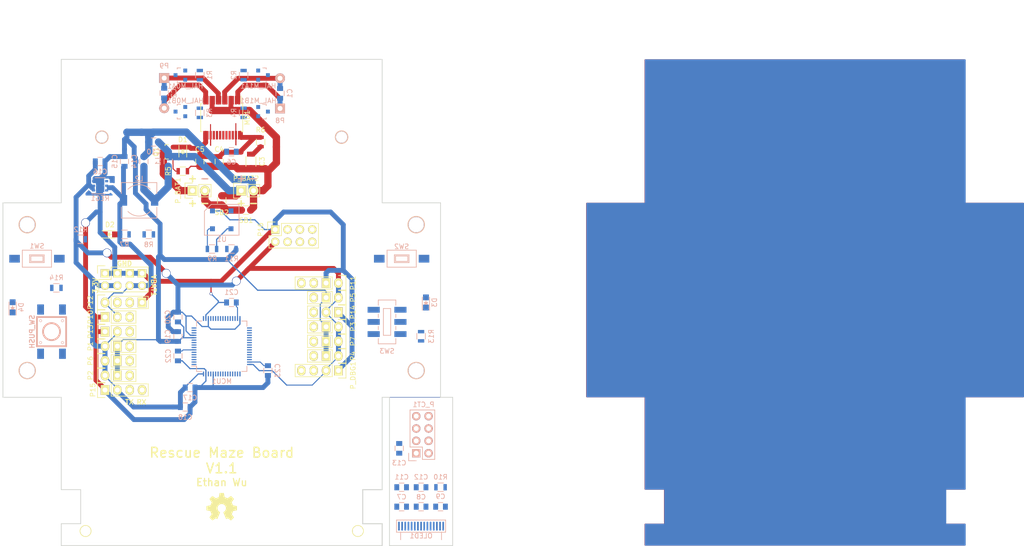
<source format=kicad_pcb>
(kicad_pcb (version 4) (host pcbnew 0.201512291232+6408~40~ubuntu15.04.1-stable)
  (layers (0 F.Cu signal) (31 B.Cu signal) (34 B.Paste user) (35 F.Paste user) (36 B.SilkS user) (37 F.SilkS user) (38 B.Mask user) (39 F.Mask user) (44 Edge.Cuts user))
  (net 0 "")
  (net 1 VCC)
  (net 2 GNDD)
  (net 3 /3.3V)
  (net 4 "Net-(C9-Pad1)")
  (net 5 GNDA)
  (net 6 "Net-(C14-Pad1)")
  (net 7 /M0_ENC_A)
  (net 8 /M0_ENC_B)
  (net 9 /M1_ENC_A)
  (net 10 /M1_ENC_B)
  (net 11 /IR_S_LF)
  (net 12 /IR_S_RF)
  (net 13 /IR_S_RB)
  (net 14 /IR_L_F)
  (net 15 /IR_L_L)
  (net 16 /IR_L_R)
  (net 17 /SWDIO)
  (net 18 /SWCLK)
  (net 19 /I2C_SCL)
  (net 20 /I2C_SDA)
  (net 21 /IR_S_LB)
  (net 22 GND)
  (net 23 "Net-(D1-Pad2)")
  (net 24 "Net-(D2-Pad2)")
  (net 25 /PING0_ECHO)
  (net 26 /PING0_TRIG)
  (net 27 GNDPWR)
  (net 28 /SERVO0_PWM)
  (net 29 /MD_APWM)
  (net 30 /MD_BPWM)
  (net 31 /LS_FLOOR)
  (net 32 /MD_AIN1)
  (net 33 /MD_AIN2)
  (net 34 /MD_BIN1)
  (net 35 /MD_BIN2)
  (net 36 /MD_STBY)
  (net 37 /UART_TX)
  (net 38 /UART_RX)
  (net 39 /TEMP1_PWM)
  (net 40 /TEMP0_PWM)
  (net 41 /OLED_SS)
  (net 42 /OLED_RST)
  (net 43 /OLED_D-C)
  (net 44 "Net-(NT2-Pad2)")
  (net 45 /MODE_SEL)
  (net 46 "Net-(SW3-Pad3)")
  (net 47 "Net-(C1-Pad1)")
  (net 48 "Net-(C1-Pad2)")
  (net 49 "Net-(C2-Pad1)")
  (net 50 "Net-(C2-Pad2)")
  (net 51 "Net-(C3-Pad1)")
  (net 52 "Net-(C4-Pad1)")
  (net 53 "Net-(C7-Pad1)")
  (net 54 "Net-(C7-Pad2)")
  (net 55 "Net-(C8-Pad1)")
  (net 56 "Net-(C8-Pad2)")
  (net 57 "Net-(C10-Pad1)")
  (net 58 "Net-(C11-Pad1)")
  (net 59 /VBAT1)
  (net 60 "Net-(C21-Pad1)")
  (net 61 "Net-(C22-Pad1)")
  (net 62 "Net-(C23-Pad1)")
  (net 63 "Net-(D3-Pad2)")
  (net 64 "Net-(D4-Pad2)")
  (net 65 /LED_USR1)
  (net 66 /LED_USR2)
  (net 67 /VBAT_MON)
  (net 68 /SW_USR1)
  (net 69 /SW_USR2)
  (net 70 "Net-(OLED1-Pad13)")
  (net 71 "Net-(R9-Pad2)")
  (net 72 /OLED_Circuitry/GND)
  (net 73 /OLED_Circuitry/3.3V)
  (net 74 /SCLK)
  (net 75 /MOSI)
  (net 76 /OLED_Circuitry/SS)
  (net 77 /OLED_Circuitry/RST)
  (net 78 /OLED_Circuitry/D-C)
  (net 79 /OLED_Circuitry/SCLK)
  (net 80 /OLED_Circuitry/MOSI)
  (net 81 "Net-(P_BAT1-Pad2)")
  (module Connect:1pin (layer F.Cu) (at 25 114)
    (fp_text reference HOLE2 hide)
    (fp_text value 1pin hide)
    (pad 1 thru_hole circle (at 0 0) (size 3.1 3.1) (drill 3.1) (layers *.Cu))
  )
  (module Connect:1pin (layer F.Cu) (at 25 84)
    (fp_text reference HOLE1 hide)
    (fp_text value 1pin hide)
    (pad 1 thru_hole circle (at 0 0) (size 3.1 3.1) (drill 3.1) (layers *.Cu))
  )
  (module Connect:1pin (layer F.Cu) (at 105 84)
    (fp_text reference HOLE3 hide)
    (fp_text value 1pin hide)
    (pad 1 thru_hole circle (at 0 0) (size 3.1 3.1) (drill 3.1) (layers *.Cu))
  )
  (module Connect:1pin (layer F.Cu) (at 105 114)
    (fp_text reference HOLE4 hide)
    (fp_text value 1pin hide)
    (pad 1 thru_hole circle (at 0 0) (size 3.1 3.1) (drill 3.1) (layers *.Cu))
  )
  (module Socket_Strips:Socket_Strip_Straight_1x02 (layer B.Cu) (at 53.169966 53.844524 270)
    (fp_text reference P9 (at -2.5 0 360) (layer B.SilkS) (effects (justify mirror)))
    (fp_text value CONN_01X02)
    (pad 1 thru_hole rect (at 0 0 270) (size 2.032 2.032) (drill 1.016) (layers *.Cu *.Mask B.SilkS) (net 50 "Net-(C2-Pad2)"))
    (pad 2 thru_hole oval (at 6.2 0 270) (size 2.032 2.032) (drill 1.016) (layers *.Cu *.Mask B.SilkS) (net 49 "Net-(C2-Pad1)"))
  )
  (module Socket_Strips:Socket_Strip_Straight_1x02 (layer B.Cu) (at 77 60.1 90)
    (fp_text reference P8 (at -2.5 0 360) (layer B.SilkS) (effects (justify mirror)))
    (fp_text value CONN_01X02)
    (pad 1 thru_hole rect (at 0 0 90) (size 2.032 2.032) (drill 1.016) (layers *.Cu *.Mask B.SilkS) (net 47 "Net-(C1-Pad1)"))
    (pad 2 thru_hole oval (at 6.2 0 90) (size 2.032 2.032) (drill 1.016) (layers *.Cu *.Mask B.SilkS) (net 48 "Net-(C1-Pad2)"))
  )
  (module Connect:1pin (layer F.Cu) (at 89.65 66)
    (fp_text reference HOLE8 hide)
    (fp_text value 1pin hide)
    (pad 1 thru_hole circle (at 0 0) (size 2.3 2.3) (drill 2.3) (layers *.Cu))
  )
  (module Connect:1pin (layer F.Cu) (at 40.35 66)
    (fp_text reference HOLE7 hide)
    (fp_text value 1pin hide)
    (pad 1 thru_hole circle (at 0 0) (size 2.3 2.3) (drill 2.3) (layers *.Cu))
  )
  (module Connect:1pin (layer F.Cu) (at 37 147)
    (fp_text reference HOLE5 hide)
    (fp_text value 1pin hide)
    (pad 1 thru_hole circle (at 0 0) (size 2.1 2.1) (drill 2.1) (layers *.Cu F.SilkS))
  )
  (module Connect:1pin (layer F.Cu) (at 93 147)
    (fp_text reference HOLE6 hide)
    (fp_text value 1pin hide)
    (pad 1 thru_hole circle (at 0 0) (size 2.1 2.1) (drill 2.1) (layers *.Cu F.SilkS))
  )
  (module Custom:OPB733TR (layer B.Cu) (at 65 83)
    (fp_text reference U1 (at 0 4) (layer B.SilkS) (effects (justify mirror)))
    (fp_text value OPB733TR)
    (pad 4 smd rect (at -1.905 1.8415) (size 1.016 1.016) (layers B.Cu B.Paste B.Mask) (net 71 "Net-(R9-Pad2)"))
    (pad 3 smd rect (at 1.905 1.8415) (size 1.016 1.016) (layers B.Cu B.Paste B.Mask) (net 3 /3.3V))
    (pad 1 smd rect (at -1.905 -1.8415) (size 1.016 1.016) (layers B.Cu B.Paste B.Mask) (net 2 GNDD))
    (pad 2 smd rect (at 1.905 -1.8415) (size 1.016 1.016) (layers B.Cu B.Paste B.Mask) (net 31 /LS_FLOOR))
  )
  (module TO_SOT_Packages_SMD:SOT-23 (layer B.Cu) (at 56.5 53.25 270)
    (fp_text reference HAL_M0A1 (at 2.25 -1 360) (layer B.SilkS) (effects (justify mirror)))
    (fp_text value AH1751)
    (pad 1 smd rect (at -0.95 -1.00076 270) (size 0.8001 0.8001) (layers B.Cu B.Paste B.Mask) (net 3 /3.3V))
    (pad 2 smd rect (at 0.95 -1.00076 270) (size 0.8001 0.8001) (layers B.Cu B.Paste B.Mask) (net 7 /M0_ENC_A))
    (pad 3 smd rect (at 0 0.99822 270) (size 0.8001 0.8001) (layers B.Cu B.Paste B.Mask) (net 2 GNDD))
  )
  (module TO_SOT_Packages_SMD:SOT-23 (layer B.Cu) (at 56.5 60.75 270)
    (fp_text reference HAL_M0B1 (at -2.25 -1 360) (layer B.SilkS) (effects (justify mirror)))
    (fp_text value AH1751)
    (pad 1 smd rect (at -0.95 -1.00076 270) (size 0.8001 0.8001) (layers B.Cu B.Paste B.Mask) (net 3 /3.3V))
    (pad 2 smd rect (at 0.95 -1.00076 270) (size 0.8001 0.8001) (layers B.Cu B.Paste B.Mask) (net 8 /M0_ENC_B))
    (pad 3 smd rect (at 0 0.99822 270) (size 0.8001 0.8001) (layers B.Cu B.Paste B.Mask) (net 2 GNDD))
  )
  (module TO_SOT_Packages_SMD:SOT-23 (layer B.Cu) (at 73.5 53.25 90)
    (fp_text reference HAL_M1A1 (at -2.25 -1 180) (layer B.SilkS) (effects (justify mirror)))
    (fp_text value AH1751)
    (pad 1 smd rect (at -0.95 -1.00076 90) (size 0.8001 0.8001) (layers B.Cu B.Paste B.Mask) (net 3 /3.3V))
    (pad 2 smd rect (at 0.95 -1.00076 90) (size 0.8001 0.8001) (layers B.Cu B.Paste B.Mask) (net 9 /M1_ENC_A))
    (pad 3 smd rect (at 0 0.99822 90) (size 0.8001 0.8001) (layers B.Cu B.Paste B.Mask) (net 2 GNDD))
  )
  (module TO_SOT_Packages_SMD:SOT-23 (layer B.Cu) (at 73.5 60.75 90)
    (fp_text reference HAL_M1B1 (at 2.25 -1 180) (layer B.SilkS) (effects (justify mirror)))
    (fp_text value AH1751)
    (pad 1 smd rect (at -0.95 -1.00076 90) (size 0.8001 0.8001) (layers B.Cu B.Paste B.Mask) (net 3 /3.3V))
    (pad 2 smd rect (at 0.95 -1.00076 90) (size 0.8001 0.8001) (layers B.Cu B.Paste B.Mask) (net 10 /M1_ENC_B))
    (pad 3 smd rect (at 0 0.99822 90) (size 0.8001 0.8001) (layers B.Cu B.Paste B.Mask) (net 2 GNDD))
  )
  (module Housings_QFP:LQFP-64_10x10mm_Pitch0.5mm (layer B.Cu) (at 65 109)
    (fp_text reference MCU1 (at 0 7.2) (layer B.SilkS) (effects (justify mirror)))
    (fp_text value STM32F405RG)
    (pad 1 smd rect (at -5.7 3.75) (size 1 0.25) (layers B.Cu B.Paste B.Mask))
    (pad 2 smd rect (at -5.7 3.25) (size 1 0.25) (layers B.Cu B.Paste B.Mask))
    (pad 3 smd rect (at -5.7 2.75) (size 1 0.25) (layers B.Cu B.Paste B.Mask) (net 65 /LED_USR1))
    (pad 4 smd rect (at -5.7 2.25) (size 1 0.25) (layers B.Cu B.Paste B.Mask) (net 66 /LED_USR2))
    (pad 5 smd rect (at -5.7 1.75) (size 1 0.25) (layers B.Cu B.Paste B.Mask))
    (pad 6 smd rect (at -5.7 1.25) (size 1 0.25) (layers B.Cu B.Paste B.Mask))
    (pad 7 smd rect (at -5.7 0.75) (size 1 0.25) (layers B.Cu B.Paste B.Mask) (net 61 "Net-(C22-Pad1)"))
    (pad 8 smd rect (at -5.7 0.25) (size 1 0.25) (layers B.Cu B.Paste B.Mask) (net 11 /IR_S_LF))
    (pad 9 smd rect (at -5.7 -0.25) (size 1 0.25) (layers B.Cu B.Paste B.Mask) (net 21 /IR_S_LB))
    (pad 10 smd rect (at -5.7 -0.75) (size 1 0.25) (layers B.Cu B.Paste B.Mask) (net 12 /IR_S_RF))
    (pad 11 smd rect (at -5.7 -1.25) (size 1 0.25) (layers B.Cu B.Paste B.Mask) (net 13 /IR_S_RB))
    (pad 12 smd rect (at -5.7 -1.75) (size 1 0.25) (layers B.Cu B.Paste B.Mask) (net 5 GNDA))
    (pad 13 smd rect (at -5.7 -2.25) (size 1 0.25) (layers B.Cu B.Paste B.Mask) (net 3 /3.3V))
    (pad 14 smd rect (at -5.7 -2.75) (size 1 0.25) (layers B.Cu B.Paste B.Mask) (net 39 /TEMP1_PWM))
    (pad 15 smd rect (at -5.7 -3.25) (size 1 0.25) (layers B.Cu B.Paste B.Mask))
    (pad 16 smd rect (at -5.7 -3.75) (size 1 0.25) (layers B.Cu B.Paste B.Mask) (net 29 /MD_APWM))
    (pad 17 smd rect (at -3.75 -5.7 270) (size 1 0.25) (layers B.Cu B.Paste B.Mask) (net 30 /MD_BPWM))
    (pad 18 smd rect (at -3.25 -5.7 270) (size 1 0.25) (layers B.Cu B.Paste B.Mask) (net 2 GNDD))
    (pad 19 smd rect (at -2.75 -5.7 270) (size 1 0.25) (layers B.Cu B.Paste B.Mask) (net 3 /3.3V))
    (pad 20 smd rect (at -2.25 -5.7 270) (size 1 0.25) (layers B.Cu B.Paste B.Mask))
    (pad 21 smd rect (at -1.75 -5.7 270) (size 1 0.25) (layers B.Cu B.Paste B.Mask) (net 14 /IR_L_F))
    (pad 22 smd rect (at -1.25 -5.7 270) (size 1 0.25) (layers B.Cu B.Paste B.Mask) (net 15 /IR_L_L))
    (pad 23 smd rect (at -0.75 -5.7 270) (size 1 0.25) (layers B.Cu B.Paste B.Mask) (net 16 /IR_L_R))
    (pad 24 smd rect (at -0.25 -5.7 270) (size 1 0.25) (layers B.Cu B.Paste B.Mask) (net 31 /LS_FLOOR))
    (pad 25 smd rect (at 0.25 -5.7 270) (size 1 0.25) (layers B.Cu B.Paste B.Mask) (net 67 /VBAT_MON))
    (pad 26 smd rect (at 0.75 -5.7 270) (size 1 0.25) (layers B.Cu B.Paste B.Mask) (net 45 /MODE_SEL))
    (pad 27 smd rect (at 1.25 -5.7 270) (size 1 0.25) (layers B.Cu B.Paste B.Mask) (net 68 /SW_USR1))
    (pad 28 smd rect (at 1.75 -5.7 270) (size 1 0.25) (layers B.Cu B.Paste B.Mask) (net 69 /SW_USR2))
    (pad 29 smd rect (at 2.25 -5.7 270) (size 1 0.25) (layers B.Cu B.Paste B.Mask) (net 19 /I2C_SCL))
    (pad 30 smd rect (at 2.75 -5.7 270) (size 1 0.25) (layers B.Cu B.Paste B.Mask) (net 20 /I2C_SDA))
    (pad 31 smd rect (at 3.25 -5.7 270) (size 1 0.25) (layers B.Cu B.Paste B.Mask) (net 60 "Net-(C21-Pad1)"))
    (pad 32 smd rect (at 3.75 -5.7 270) (size 1 0.25) (layers B.Cu B.Paste B.Mask) (net 3 /3.3V))
    (pad 33 smd rect (at 5.7 -3.75) (size 1 0.25) (layers B.Cu B.Paste B.Mask) (net 42 /OLED_RST))
    (pad 34 smd rect (at 5.7 -3.25) (size 1 0.25) (layers B.Cu B.Paste B.Mask) (net 43 /OLED_D-C))
    (pad 35 smd rect (at 5.7 -2.75) (size 1 0.25) (layers B.Cu B.Paste B.Mask) (net 25 /PING0_ECHO))
    (pad 36 smd rect (at 5.7 -2.25) (size 1 0.25) (layers B.Cu B.Paste B.Mask))
    (pad 37 smd rect (at 5.7 -1.75) (size 1 0.25) (layers B.Cu B.Paste B.Mask) (net 7 /M0_ENC_A))
    (pad 38 smd rect (at 5.7 -1.25) (size 1 0.25) (layers B.Cu B.Paste B.Mask) (net 8 /M0_ENC_B))
    (pad 39 smd rect (at 5.7 -0.75) (size 1 0.25) (layers B.Cu B.Paste B.Mask) (net 26 /PING0_TRIG))
    (pad 40 smd rect (at 5.7 -0.25) (size 1 0.25) (layers B.Cu B.Paste B.Mask))
    (pad 41 smd rect (at 5.7 0.25) (size 1 0.25) (layers B.Cu B.Paste B.Mask) (net 32 /MD_AIN1))
    (pad 42 smd rect (at 5.7 0.75) (size 1 0.25) (layers B.Cu B.Paste B.Mask) (net 33 /MD_AIN2))
    (pad 43 smd rect (at 5.7 1.25) (size 1 0.25) (layers B.Cu B.Paste B.Mask) (net 34 /MD_BIN1))
    (pad 44 smd rect (at 5.7 1.75) (size 1 0.25) (layers B.Cu B.Paste B.Mask) (net 35 /MD_BIN2))
    (pad 45 smd rect (at 5.7 2.25) (size 1 0.25) (layers B.Cu B.Paste B.Mask) (net 36 /MD_STBY))
    (pad 46 smd rect (at 5.7 2.75) (size 1 0.25) (layers B.Cu B.Paste B.Mask) (net 17 /SWDIO))
    (pad 47 smd rect (at 5.7 3.25) (size 1 0.25) (layers B.Cu B.Paste B.Mask) (net 62 "Net-(C23-Pad1)"))
    (pad 48 smd rect (at 5.7 3.75) (size 1 0.25) (layers B.Cu B.Paste B.Mask) (net 3 /3.3V))
    (pad 49 smd rect (at 3.75 5.7 270) (size 1 0.25) (layers B.Cu B.Paste B.Mask) (net 18 /SWCLK))
    (pad 50 smd rect (at 3.25 5.7 270) (size 1 0.25) (layers B.Cu B.Paste B.Mask) (net 40 /TEMP0_PWM))
    (pad 51 smd rect (at 2.75 5.7 270) (size 1 0.25) (layers B.Cu B.Paste B.Mask) (net 37 /UART_TX))
    (pad 52 smd rect (at 2.25 5.7 270) (size 1 0.25) (layers B.Cu B.Paste B.Mask) (net 38 /UART_RX))
    (pad 53 smd rect (at 1.75 5.7 270) (size 1 0.25) (layers B.Cu B.Paste B.Mask))
    (pad 54 smd rect (at 1.25 5.7 270) (size 1 0.25) (layers B.Cu B.Paste B.Mask) (net 41 /OLED_SS))
    (pad 55 smd rect (at 0.75 5.7 270) (size 1 0.25) (layers B.Cu B.Paste B.Mask) (net 74 /SCLK))
    (pad 56 smd rect (at 0.25 5.7 270) (size 1 0.25) (layers B.Cu B.Paste B.Mask))
    (pad 57 smd rect (at -0.25 5.7 270) (size 1 0.25) (layers B.Cu B.Paste B.Mask) (net 75 /MOSI))
    (pad 58 smd rect (at -0.75 5.7 270) (size 1 0.25) (layers B.Cu B.Paste B.Mask) (net 9 /M1_ENC_A))
    (pad 59 smd rect (at -1.25 5.7 270) (size 1 0.25) (layers B.Cu B.Paste B.Mask) (net 10 /M1_ENC_B))
    (pad 60 smd rect (at -1.75 5.7 270) (size 1 0.25) (layers B.Cu B.Paste B.Mask) (net 2 GNDD))
    (pad 61 smd rect (at -2.25 5.7 270) (size 1 0.25) (layers B.Cu B.Paste B.Mask) (net 28 /SERVO0_PWM))
    (pad 62 smd rect (at -2.75 5.7 270) (size 1 0.25) (layers B.Cu B.Paste B.Mask))
    (pad 63 smd rect (at -3.25 5.7 270) (size 1 0.25) (layers B.Cu B.Paste B.Mask) (net 2 GNDD))
    (pad 64 smd rect (at -3.75 5.7 270) (size 1 0.25) (layers B.Cu B.Paste B.Mask) (net 3 /3.3V))
  )
  (module LEDs:LED-0805 (layer F.Cu) (at 42 86)
    (fp_text reference D2 (at 0 -2) (layer F.SilkS))
    (fp_text value LED)
    (pad 2 smd rect (at 1.04902 0 180) (size 1.19888 1.19888) (layers F.Cu F.Paste F.Mask) (net 24 "Net-(D2-Pad2)"))
    (pad 1 smd rect (at -1.04902 0 180) (size 1.19888 1.19888) (layers F.Cu F.Paste F.Mask) (net 2 GNDD))
  )
  (module Capacitors_SMD:C_0805 (layer B.Cu) (at 45 71 90)
    (fp_text reference C15 (at 0 -2 90) (layer B.SilkS) (effects (justify mirror)))
    (fp_text value 10uF)
    (pad 1 smd rect (at -1 0 90) (size 1 1.25) (layers B.Cu B.Paste B.Mask) (net 59 /VBAT1))
    (pad 2 smd rect (at 1 0 90) (size 1 1.25) (layers B.Cu B.Paste B.Mask) (net 2 GNDD))
  )
  (module Capacitors_SMD:C_0805 (layer B.Cu) (at 40 71)
    (fp_text reference C16 (at 0 2.1) (layer B.SilkS) (effects (justify mirror)))
    (fp_text value 10uF)
    (pad 1 smd rect (at -1 0) (size 1 1.25) (layers B.Cu B.Paste B.Mask) (net 3 /3.3V))
    (pad 2 smd rect (at 1 0) (size 1 1.25) (layers B.Cu B.Paste B.Mask) (net 2 GNDD))
  )
  (module Capacitors_SMD:C_0805 (layer B.Cu) (at 56 111 270)
    (fp_text reference C22 (at 0 2 270) (layer B.SilkS) (effects (justify mirror)))
    (fp_text value 0.01uF)
    (pad 1 smd rect (at -1 0 270) (size 1 1.25) (layers B.Cu B.Paste B.Mask) (net 61 "Net-(C22-Pad1)"))
    (pad 2 smd rect (at 1 0 270) (size 1 1.25) (layers B.Cu B.Paste B.Mask) (net 2 GNDD))
  )
  (module Capacitors_SMD:C_0805 (layer B.Cu) (at 56 107 270)
    (fp_text reference C19 (at 0 2.1 270) (layer B.SilkS) (effects (justify mirror)))
    (fp_text value 10uF)
    (pad 1 smd rect (at -1 0 270) (size 1 1.25) (layers B.Cu B.Paste B.Mask) (net 3 /3.3V))
    (pad 2 smd rect (at 1 0 270) (size 1 1.25) (layers B.Cu B.Paste B.Mask) (net 5 GNDA))
  )
  (module Capacitors_SMD:C_0805 (layer B.Cu) (at 56 103 270)
    (fp_text reference C20 (at 0 2.1 270) (layer B.SilkS) (effects (justify mirror)))
    (fp_text value 0.1uF)
    (pad 1 smd rect (at -1 0 270) (size 1 1.25) (layers B.Cu B.Paste B.Mask) (net 3 /3.3V))
    (pad 2 smd rect (at 1 0 270) (size 1 1.25) (layers B.Cu B.Paste B.Mask) (net 5 GNDA))
  )
  (module Capacitors_SMD:C_0805 (layer B.Cu) (at 57.5 121.5)
    (fp_text reference C18 (at 0 2.1) (layer B.SilkS) (effects (justify mirror)))
    (fp_text value 0.1uF)
    (pad 1 smd rect (at -1 0) (size 1 1.25) (layers B.Cu B.Paste B.Mask) (net 3 /3.3V))
    (pad 2 smd rect (at 1 0) (size 1 1.25) (layers B.Cu B.Paste B.Mask) (net 2 GNDD))
  )
  (module Capacitors_SMD:C_0805 (layer B.Cu) (at 58.5 117.5)
    (fp_text reference C17 (at 0 2.1) (layer B.SilkS) (effects (justify mirror)))
    (fp_text value 10uF)
    (pad 1 smd rect (at -1 0) (size 1 1.25) (layers B.Cu B.Paste B.Mask) (net 3 /3.3V))
    (pad 2 smd rect (at 1 0) (size 1 1.25) (layers B.Cu B.Paste B.Mask) (net 2 GNDD))
  )
  (module Capacitors_SMD:C_0805 (layer B.Cu) (at 74.5 114 270)
    (fp_text reference C23 (at 0 -2 270) (layer B.SilkS) (effects (justify mirror)))
    (fp_text value 10uF)
    (pad 1 smd rect (at -1 0 270) (size 1 1.25) (layers B.Cu B.Paste B.Mask) (net 62 "Net-(C23-Pad1)"))
    (pad 2 smd rect (at 1 0 270) (size 1 1.25) (layers B.Cu B.Paste B.Mask) (net 2 GNDD))
  )
  (module Capacitors_SMD:C_0805 (layer B.Cu) (at 67 100 180)
    (fp_text reference C21 (at 0 2.1 180) (layer B.SilkS) (effects (justify mirror)))
    (fp_text value 10uF)
    (pad 1 smd rect (at -1 0 180) (size 1 1.25) (layers B.Cu B.Paste B.Mask) (net 60 "Net-(C21-Pad1)"))
    (pad 2 smd rect (at 1 0 180) (size 1 1.25) (layers B.Cu B.Paste B.Mask) (net 2 GNDD))
  )
  (module Housings_SSOP:SSOP-24_5.3x8.2mm_Pitch0.65mm (layer F.Cu) (at 65 62 270)
    (fp_text reference MD1 (at 0 -5.25 270) (layer F.SilkS))
    (fp_text value TB6612FNG)
    (pad 1 smd rect (at -3.6 -3.575 270) (size 1.75 0.45) (layers F.Cu F.Paste F.Mask) (net 47 "Net-(C1-Pad1)"))
    (pad 2 smd rect (at -3.6 -2.925 270) (size 1.75 0.45) (layers F.Cu F.Paste F.Mask) (net 47 "Net-(C1-Pad1)"))
    (pad 3 smd rect (at -3.6 -2.275 270) (size 1.75 0.45) (layers F.Cu F.Paste F.Mask) (net 27 GNDPWR))
    (pad 4 smd rect (at -3.6 -1.625 270) (size 1.75 0.45) (layers F.Cu F.Paste F.Mask) (net 27 GNDPWR))
    (pad 5 smd rect (at -3.6 -0.975 270) (size 1.75 0.45) (layers F.Cu F.Paste F.Mask) (net 48 "Net-(C1-Pad2)"))
    (pad 6 smd rect (at -3.6 -0.325 270) (size 1.75 0.45) (layers F.Cu F.Paste F.Mask) (net 48 "Net-(C1-Pad2)"))
    (pad 7 smd rect (at -3.6 0.325 270) (size 1.75 0.45) (layers F.Cu F.Paste F.Mask) (net 50 "Net-(C2-Pad2)"))
    (pad 8 smd rect (at -3.6 0.975 270) (size 1.75 0.45) (layers F.Cu F.Paste F.Mask) (net 50 "Net-(C2-Pad2)"))
    (pad 9 smd rect (at -3.6 1.625 270) (size 1.75 0.45) (layers F.Cu F.Paste F.Mask) (net 27 GNDPWR))
    (pad 10 smd rect (at -3.6 2.275 270) (size 1.75 0.45) (layers F.Cu F.Paste F.Mask) (net 27 GNDPWR))
    (pad 11 smd rect (at -3.6 2.925 270) (size 1.75 0.45) (layers F.Cu F.Paste F.Mask) (net 49 "Net-(C2-Pad1)"))
    (pad 12 smd rect (at -3.6 3.575 270) (size 1.75 0.45) (layers F.Cu F.Paste F.Mask) (net 49 "Net-(C2-Pad1)"))
    (pad 13 smd rect (at 3.6 3.575 270) (size 1.75 0.45) (layers F.Cu F.Paste F.Mask) (net 52 "Net-(C4-Pad1)"))
    (pad 14 smd rect (at 3.6 2.925 270) (size 1.75 0.45) (layers F.Cu F.Paste F.Mask) (net 52 "Net-(C4-Pad1)"))
    (pad 15 smd rect (at 3.6 2.275 270) (size 1.75 0.45) (layers F.Cu F.Paste F.Mask) (net 30 /MD_BPWM))
    (pad 16 smd rect (at 3.6 1.625 270) (size 1.75 0.45) (layers F.Cu F.Paste F.Mask) (net 35 /MD_BIN2))
    (pad 17 smd rect (at 3.6 0.975 270) (size 1.75 0.45) (layers F.Cu F.Paste F.Mask) (net 34 /MD_BIN1))
    (pad 18 smd rect (at 3.6 0.325 270) (size 1.75 0.45) (layers F.Cu F.Paste F.Mask) (net 2 GNDD))
    (pad 19 smd rect (at 3.6 -0.325 270) (size 1.75 0.45) (layers F.Cu F.Paste F.Mask) (net 36 /MD_STBY))
    (pad 20 smd rect (at 3.6 -0.975 270) (size 1.75 0.45) (layers F.Cu F.Paste F.Mask) (net 3 /3.3V))
    (pad 21 smd rect (at 3.6 -1.625 270) (size 1.75 0.45) (layers F.Cu F.Paste F.Mask) (net 32 /MD_AIN1))
    (pad 22 smd rect (at 3.6 -2.275 270) (size 1.75 0.45) (layers F.Cu F.Paste F.Mask) (net 33 /MD_AIN2))
    (pad 23 smd rect (at 3.6 -2.925 270) (size 1.75 0.45) (layers F.Cu F.Paste F.Mask) (net 29 /MD_APWM))
    (pad 24 smd rect (at 3.6 -3.575 270) (size 1.75 0.45) (layers F.Cu F.Paste F.Mask) (net 52 "Net-(C4-Pad1)"))
  )
  (module Socket_Strips:Socket_Strip_Straight_1x03 (layer F.Cu) (at 41 109)
    (fp_text reference P1 (at -3 0 90) (layer F.SilkS))
    (fp_text value GP2Y0A41SK0F)
    (pad 1 thru_hole oval (at 0 0) (size 1.7272 2.032) (drill 1.016) (layers *.Cu *.Mask F.SilkS) (net 3 /3.3V))
    (pad 2 thru_hole rect (at 2.54 0) (size 1.7272 2.032) (drill 1.016) (layers *.Cu *.Mask F.SilkS) (net 5 GNDA))
    (pad 3 thru_hole oval (at 5.08 0) (size 1.7272 2.032) (drill 1.016) (layers *.Cu *.Mask F.SilkS) (net 11 /IR_S_LF))
  )
  (module Socket_Strips:Socket_Strip_Straight_1x03 (layer F.Cu) (at 41 115)
    (fp_text reference P2 (at -3 0 90) (layer F.SilkS))
    (fp_text value GP2Y0A41SK0F)
    (pad 1 thru_hole oval (at 0 0) (size 1.7272 2.032) (drill 1.016) (layers *.Cu *.Mask F.SilkS) (net 3 /3.3V))
    (pad 2 thru_hole rect (at 2.54 0) (size 1.7272 2.032) (drill 1.016) (layers *.Cu *.Mask F.SilkS) (net 5 GNDA))
    (pad 3 thru_hole oval (at 5.08 0) (size 1.7272 2.032) (drill 1.016) (layers *.Cu *.Mask F.SilkS) (net 21 /IR_S_LB))
  )
  (module Socket_Strips:Socket_Strip_Straight_1x03 (layer F.Cu) (at 89 105 180)
    (fp_text reference P3 (at -3 0 270) (layer F.SilkS))
    (fp_text value GP2Y0A41SK0F)
    (pad 1 thru_hole oval (at 0 0 180) (size 1.7272 2.032) (drill 1.016) (layers *.Cu *.Mask F.SilkS) (net 3 /3.3V))
    (pad 2 thru_hole rect (at 2.54 0 180) (size 1.7272 2.032) (drill 1.016) (layers *.Cu *.Mask F.SilkS) (net 5 GNDA))
    (pad 3 thru_hole oval (at 5.08 0 180) (size 1.7272 2.032) (drill 1.016) (layers *.Cu *.Mask F.SilkS) (net 12 /IR_S_RF))
  )
  (module Socket_Strips:Socket_Strip_Straight_1x03 (layer F.Cu) (at 89 111 180)
    (fp_text reference P4 (at -3 0 270) (layer F.SilkS))
    (fp_text value GP2Y0A41SK0F)
    (pad 1 thru_hole oval (at 0 0 180) (size 1.7272 2.032) (drill 1.016) (layers *.Cu *.Mask F.SilkS) (net 3 /3.3V))
    (pad 2 thru_hole rect (at 2.54 0 180) (size 1.7272 2.032) (drill 1.016) (layers *.Cu *.Mask F.SilkS) (net 5 GNDA))
    (pad 3 thru_hole oval (at 5.08 0 180) (size 1.7272 2.032) (drill 1.016) (layers *.Cu *.Mask F.SilkS) (net 13 /IR_S_RB))
  )
  (module Socket_Strips:Socket_Strip_Straight_1x03 (layer F.Cu) (at 89 99 180)
    (fp_text reference P5 (at -3 0 270) (layer F.SilkS))
    (fp_text value "GP2Y0A21YK ")
    (pad 1 thru_hole oval (at 0 0 180) (size 1.7272 2.032) (drill 1.016) (layers *.Cu *.Mask F.SilkS) (net 3 /3.3V))
    (pad 2 thru_hole rect (at 2.54 0 180) (size 1.7272 2.032) (drill 1.016) (layers *.Cu *.Mask F.SilkS) (net 5 GNDA))
    (pad 3 thru_hole oval (at 5.08 0 180) (size 1.7272 2.032) (drill 1.016) (layers *.Cu *.Mask F.SilkS) (net 14 /IR_L_F))
  )
  (module Socket_Strips:Socket_Strip_Straight_1x03 (layer F.Cu) (at 41 112)
    (fp_text reference P6 (at -3 0 90) (layer F.SilkS))
    (fp_text value "GP2Y0A21YK ")
    (pad 1 thru_hole oval (at 0 0) (size 1.7272 2.032) (drill 1.016) (layers *.Cu *.Mask F.SilkS) (net 3 /3.3V))
    (pad 2 thru_hole rect (at 2.54 0) (size 1.7272 2.032) (drill 1.016) (layers *.Cu *.Mask F.SilkS) (net 5 GNDA))
    (pad 3 thru_hole oval (at 5.08 0) (size 1.7272 2.032) (drill 1.016) (layers *.Cu *.Mask F.SilkS) (net 15 /IR_L_L))
  )
  (module Socket_Strips:Socket_Strip_Straight_1x03 (layer F.Cu) (at 89 108 180)
    (fp_text reference P7 (at -3 0 450) (layer F.SilkS))
    (fp_text value "GP2Y0A21YK ")
    (pad 1 thru_hole oval (at 0 0 180) (size 1.7272 2.032) (drill 1.016) (layers *.Cu *.Mask F.SilkS) (net 3 /3.3V))
    (pad 2 thru_hole rect (at 2.54 0 180) (size 1.7272 2.032) (drill 1.016) (layers *.Cu *.Mask F.SilkS) (net 5 GNDA))
    (pad 3 thru_hole oval (at 5.08 0 180) (size 1.7272 2.032) (drill 1.016) (layers *.Cu *.Mask F.SilkS) (net 16 /IR_L_R))
  )
  (module Socket_Strips:Socket_Strip_Straight_1x04 (layer F.Cu) (at 41 100)
    (fp_text reference P12 (at -3 0 90) (layer F.SilkS))
    (fp_text value PING0)
    (pad 1 thru_hole oval (at 0 0) (size 1.7272 2.032) (drill 1.016) (layers *.Cu *.Mask F.SilkS) (net 59 /VBAT1))
    (pad 2 thru_hole oval (at 2.54 0) (size 1.7272 2.032) (drill 1.016) (layers *.Cu *.Mask F.SilkS) (net 26 /PING0_TRIG))
    (pad 3 thru_hole oval (at 5.08 0) (size 1.7272 2.032) (drill 1.016) (layers *.Cu *.Mask F.SilkS) (net 25 /PING0_ECHO))
    (pad 4 thru_hole rect (at 7.62 0) (size 1.7272 2.032) (drill 1.016) (layers *.Cu *.Mask F.SilkS) (net 2 GNDD))
  )
  (module Socket_Strips:Socket_Strip_Straight_1x04 (layer F.Cu) (at 89 96 180)
    (fp_text reference P11 (at -3 0 270) (layer F.SilkS))
    (fp_text value MPU9250)
    (pad 1 thru_hole oval (at 0 0 180) (size 1.7272 2.032) (drill 1.016) (layers *.Cu *.Mask F.SilkS) (net 3 /3.3V))
    (pad 2 thru_hole rect (at 2.54 0 180) (size 1.7272 2.032) (drill 1.016) (layers *.Cu *.Mask F.SilkS) (net 2 GNDD))
    (pad 3 thru_hole oval (at 5.08 0 180) (size 1.7272 2.032) (drill 1.016) (layers *.Cu *.Mask F.SilkS) (net 19 /I2C_SCL))
    (pad 4 thru_hole oval (at 7.62 0 180) (size 1.7272 2.032) (drill 1.016) (layers *.Cu *.Mask F.SilkS) (net 20 /I2C_SDA))
  )
  (module Socket_Strips:Socket_Strip_Straight_1x03 (layer F.Cu) (at 41 103)
    (fp_text reference P10 (at -3 0 90) (layer F.SilkS))
    (fp_text value SERVO0)
    (pad 1 thru_hole rect (at 0 0) (size 1.7272 2.032) (drill 1.016) (layers *.Cu *.Mask F.SilkS) (net 2 GNDD))
    (pad 2 thru_hole oval (at 2.54 0) (size 1.7272 2.032) (drill 1.016) (layers *.Cu *.Mask F.SilkS) (net 59 /VBAT1))
    (pad 3 thru_hole oval (at 5.08 0) (size 1.7272 2.032) (drill 1.016) (layers *.Cu *.Mask F.SilkS) (net 28 /SERVO0_PWM))
  )
  (module Socket_Strips:Socket_Strip_Straight_1x04 (layer F.Cu) (at 41 118)
    (fp_text reference P15 (at -2.5 0 90) (layer F.SilkS))
    (fp_text value CONN_01X04)
    (pad 1 thru_hole rect (at 0 0) (size 1.7272 2.032) (drill 1.016) (layers *.Cu *.Mask F.SilkS) (net 2 GNDD))
    (pad 2 thru_hole oval (at 2.54 0) (size 1.7272 2.032) (drill 1.016) (layers *.Cu *.Mask F.SilkS) (net 3 /3.3V))
    (pad 3 thru_hole oval (at 5.08 0) (size 1.7272 2.032) (drill 1.016) (layers *.Cu *.Mask F.SilkS) (net 37 /UART_TX))
    (pad 4 thru_hole oval (at 7.62 0) (size 1.7272 2.032) (drill 1.016) (layers *.Cu *.Mask F.SilkS) (net 38 /UART_RX))
  )
  (module Socket_Strips:Socket_Strip_Straight_2x04 (layer F.Cu) (at 41 94)
    (fp_text reference P_PWR1 hide)
    (fp_text value CONN_02X04)
    (pad 1 thru_hole rect (at 0 0) (size 1.7272 1.7272) (drill 1.016) (layers *.Cu *.Mask F.SilkS) (net 2 GNDD))
    (pad 2 thru_hole oval (at 0 2.54) (size 1.7272 1.7272) (drill 1.016) (layers *.Cu *.Mask F.SilkS) (net 3 /3.3V))
    (pad 3 thru_hole rect (at 2.54 0) (size 1.7272 1.7272) (drill 1.016) (layers *.Cu *.Mask F.SilkS) (net 2 GNDD))
    (pad 4 thru_hole oval (at 2.54 2.54) (size 1.7272 1.7272) (drill 1.016) (layers *.Cu *.Mask F.SilkS) (net 3 /3.3V))
    (pad 5 thru_hole rect (at 5.08 0) (size 1.7272 1.7272) (drill 1.016) (layers *.Cu *.Mask F.SilkS) (net 2 GNDD))
    (pad 6 thru_hole oval (at 5.08 2.54) (size 1.7272 1.7272) (drill 1.016) (layers *.Cu *.Mask F.SilkS) (net 59 /VBAT1))
    (pad 7 thru_hole rect (at 7.62 0) (size 1.7272 1.7272) (drill 1.016) (layers *.Cu *.Mask F.SilkS) (net 2 GNDD))
    (pad 8 thru_hole oval (at 7.62 2.54) (size 1.7272 1.7272) (drill 1.016) (layers *.Cu *.Mask F.SilkS) (net 59 /VBAT1))
  )
  (module Resistors_SMD:R_0805 (layer B.Cu) (at 36 87)
    (fp_text reference R12 (at 0 -2) (layer B.SilkS) (effects (justify mirror)))
    (fp_text value 1k)
    (pad 1 smd rect (at -0.95 0) (size 0.7 1.3) (layers B.Cu B.Paste B.Mask) (net 3 /3.3V))
    (pad 2 smd rect (at 0.95 0) (size 0.7 1.3) (layers B.Cu B.Paste B.Mask) (net 24 "Net-(D2-Pad2)"))
  )
  (module Resistors_SMD:R_0805 (layer B.Cu) (at 60.5 53.25 270)
    (fp_text reference R1 (at 0 -2 270) (layer B.SilkS) (effects (justify mirror)))
    (fp_text value 10k)
    (pad 1 smd rect (at -0.95 0 270) (size 0.7 1.3) (layers B.Cu B.Paste B.Mask) (net 3 /3.3V))
    (pad 2 smd rect (at 0.95 0 270) (size 0.7 1.3) (layers B.Cu B.Paste B.Mask) (net 7 /M0_ENC_A))
  )
  (module Resistors_SMD:R_0805 (layer B.Cu) (at 60.5 61 270)
    (fp_text reference R3 (at 0 -2 270) (layer B.SilkS) (effects (justify mirror)))
    (fp_text value 10k)
    (pad 1 smd rect (at -0.95 0 270) (size 0.7 1.3) (layers B.Cu B.Paste B.Mask) (net 3 /3.3V))
    (pad 2 smd rect (at 0.95 0 270) (size 0.7 1.3) (layers B.Cu B.Paste B.Mask) (net 8 /M0_ENC_B))
  )
  (module Resistors_SMD:R_0805 (layer B.Cu) (at 69.5 53.25 90)
    (fp_text reference R2 (at 0 -2 90) (layer B.SilkS) (effects (justify mirror)))
    (fp_text value 10k)
    (pad 1 smd rect (at -0.95 0 90) (size 0.7 1.3) (layers B.Cu B.Paste B.Mask) (net 3 /3.3V))
    (pad 2 smd rect (at 0.95 0 90) (size 0.7 1.3) (layers B.Cu B.Paste B.Mask) (net 9 /M1_ENC_A))
  )
  (module Resistors_SMD:R_0805 (layer B.Cu) (at 69.5 61 90)
    (fp_text reference R4 (at 0 -2 90) (layer B.SilkS) (effects (justify mirror)))
    (fp_text value 10k)
    (pad 1 smd rect (at -0.95 0 90) (size 0.7 1.3) (layers B.Cu B.Paste B.Mask) (net 3 /3.3V))
    (pad 2 smd rect (at 0.95 0 90) (size 0.7 1.3) (layers B.Cu B.Paste B.Mask) (net 10 /M1_ENC_B))
  )
  (module Resistors_SMD:R_0805 (layer B.Cu) (at 63 89 180)
    (fp_text reference R9 (at -0.05 -2 180) (layer B.SilkS) (effects (justify mirror)))
    (fp_text value 80)
    (pad 1 smd rect (at -0.95 0 180) (size 0.7 1.3) (layers B.Cu B.Paste B.Mask) (net 3 /3.3V))
    (pad 2 smd rect (at 0.95 0 180) (size 0.7 1.3) (layers B.Cu B.Paste B.Mask) (net 71 "Net-(R9-Pad2)"))
  )
  (module Resistors_SMD:R_0805 (layer B.Cu) (at 67 89)
    (fp_text reference R11 (at 0 2) (layer B.SilkS) (effects (justify mirror)))
    (fp_text value 1k)
    (pad 1 smd rect (at -0.95 0) (size 0.7 1.3) (layers B.Cu B.Paste B.Mask) (net 31 /LS_FLOOR))
    (pad 2 smd rect (at 0.95 0) (size 0.7 1.3) (layers B.Cu B.Paste B.Mask) (net 5 GNDA))
  )
  (module Socket_Strips:Socket_Strip_Straight_1x03 (layer F.Cu) (at 41 106)
    (fp_text reference P13 (at -3 0 90) (layer F.SilkS))
    (fp_text value CONN_01X03)
    (pad 1 thru_hole rect (at 0 0) (size 1.7272 2.032) (drill 1.016) (layers *.Cu *.Mask F.SilkS) (net 2 GNDD))
    (pad 2 thru_hole oval (at 2.54 0) (size 1.7272 2.032) (drill 1.016) (layers *.Cu *.Mask F.SilkS) (net 3 /3.3V))
    (pad 3 thru_hole oval (at 5.08 0) (size 1.7272 2.032) (drill 1.016) (layers *.Cu *.Mask F.SilkS) (net 40 /TEMP0_PWM))
  )
  (module Socket_Strips:Socket_Strip_Straight_1x03 (layer F.Cu) (at 89 102 180)
    (fp_text reference P14 (at -3 0 270) (layer F.SilkS))
    (fp_text value CONN_01X03)
    (pad 1 thru_hole rect (at 0 0 180) (size 1.7272 2.032) (drill 1.016) (layers *.Cu *.Mask F.SilkS) (net 2 GNDD))
    (pad 2 thru_hole oval (at 2.54 0 180) (size 1.7272 2.032) (drill 1.016) (layers *.Cu *.Mask F.SilkS) (net 3 /3.3V))
    (pad 3 thru_hole oval (at 5.08 0 180) (size 1.7272 2.032) (drill 1.016) (layers *.Cu *.Mask F.SilkS) (net 39 /TEMP1_PWM))
  )
  (module Net_Ties:NET_TIE_1.5mm (layer F.Cu) (at 74.5 74.5 90)
    (fp_text reference NT1 hide)
    (fp_text value Net_Tie)
    (fp_line (start -1.5 0) (end 1.5 0) (layer F.Cu) (width 1.5))
    (pad 2 connect oval (at 1.5 0 90) (size 1.5 1.5) (layers F.Cu) (net 27 GNDPWR))
    (pad 1 connect oval (at -1.5 0 90) (size 1.5 1.5) (layers F.Cu) (net 22 GND))
  )
  (module Custom:JS202011SCQN (layer B.Cu) (at 99 104)
    (fp_text reference SW3 (at 0 6) (layer B.SilkS) (effects (justify mirror)))
    (fp_text value SWITCH_INV)
    (pad 1 smd rect (at -2.75 2.5) (size 2.5 1.2) (layers B.Cu B.Paste B.Mask) (net 2 GNDD))
    (pad 2 smd rect (at -2.75 0) (size 2.5 1.2) (layers B.Cu B.Paste B.Mask) (net 45 /MODE_SEL))
    (pad 3 smd rect (at -2.75 -2.5 180) (size 2.5 1.2) (layers B.Cu B.Paste B.Mask) (net 46 "Net-(SW3-Pad3)"))
    (pad 1 smd rect (at 2.75 2.5) (size 2.5 1.2) (layers B.Cu B.Paste B.Mask) (net 2 GNDD))
    (pad 2 smd rect (at 2.75 0) (size 2.5 1.2) (layers B.Cu B.Paste B.Mask) (net 45 /MODE_SEL))
    (pad 3 smd rect (at 2.75 -2.5) (size 2.5 1.2) (layers B.Cu B.Paste B.Mask) (net 46 "Net-(SW3-Pad3)"))
  )
  (module Pin_Headers:Pin_Header_Straight_1x02 (layer F.Cu) (at 59 77 90)
    (fp_text reference P_BAT1 (at 0 -3 90) (layer F.SilkS))
    (fp_text value CONN_01X02)
    (pad 1 thru_hole rect (at 0 0 90) (size 2.032 2.032) (drill 1.016) (layers *.Cu *.Mask F.SilkS) (net 1 VCC))
    (pad 2 thru_hole oval (at 0 2.54 90) (size 2.032 2.032) (drill 1.016) (layers *.Cu *.Mask F.SilkS) (net 81 "Net-(P_BAT1-Pad2)"))
  )
  (module Pin_Headers:Pin_Header_Straight_1x02 (layer F.Cu) (at 69 77 90)
    (fp_text reference P_BAT2 (at 2.5 1 180) (layer F.SilkS))
    (fp_text value CONN_01X02)
    (pad 1 thru_hole rect (at 0 0 90) (size 2.032 2.032) (drill 1.016) (layers *.Cu *.Mask F.SilkS) (net 57 "Net-(C10-Pad1)"))
    (pad 2 thru_hole oval (at 0 2.54 90) (size 2.032 2.032) (drill 1.016) (layers *.Cu *.Mask F.SilkS) (net 22 GND))
  )
  (module Custom:OSH_LOGO (layer F.Cu) (at 65 142)
    (fp_text reference G001 hide)
    (fp_text value LOGO hide)
  )
  (module Capacitors_SMD:C_0805 (layer B.Cu) (at 77 57 90)
    (fp_text reference C1 (at 0 2 90) (layer B.SilkS) (effects (justify mirror)))
    (fp_text value 3.3nF)
    (pad 1 smd rect (at -1 0 90) (size 1 1.25) (layers B.Cu B.Paste B.Mask) (net 47 "Net-(C1-Pad1)"))
    (pad 2 smd rect (at 1 0 90) (size 1 1.25) (layers B.Cu B.Paste B.Mask) (net 48 "Net-(C1-Pad2)"))
  )
  (module Capacitors_SMD:C_0805 (layer B.Cu) (at 53.169966 56.944524 90)
    (fp_text reference C2 (at 0 2 90) (layer B.SilkS) (effects (justify mirror)))
    (fp_text value 3.3nF)
    (pad 1 smd rect (at -1 0 90) (size 1 1.25) (layers B.Cu B.Paste B.Mask) (net 49 "Net-(C2-Pad1)"))
    (pad 2 smd rect (at 1 0 90) (size 1 1.25) (layers B.Cu B.Paste B.Mask) (net 50 "Net-(C2-Pad2)"))
  )
  (module Capacitors_SMD:C_1206 (layer F.Cu) (at 71 71 270)
    (fp_text reference C3 (at 0 -2.3 270) (layer F.SilkS))
    (fp_text value 10uF)
    (pad 1 smd rect (at -1.5 0 270) (size 1 1.6) (layers F.Cu F.Paste F.Mask) (net 51 "Net-(C3-Pad1)"))
    (pad 2 smd rect (at 1.5 0 270) (size 1 1.6) (layers F.Cu F.Paste F.Mask) (net 27 GNDPWR))
  )
  (module Capacitors_SMD:C_0805 (layer F.Cu) (at 64.5 71 270)
    (fp_text reference C4 (at -2.5 0 360) (layer F.SilkS))
    (fp_text value 0.1uF)
    (pad 1 smd rect (at -1 0 270) (size 1 1.25) (layers F.Cu F.Paste F.Mask) (net 52 "Net-(C4-Pad1)"))
    (pad 2 smd rect (at 1 0 270) (size 1 1.25) (layers F.Cu F.Paste F.Mask) (net 27 GNDPWR))
  )
  (module Capacitors_SMD:C_0805 (layer F.Cu) (at 60.5 71 270)
    (fp_text reference C5 (at -2.5 0 360) (layer F.SilkS))
    (fp_text value 0.47uF)
    (pad 1 smd rect (at -1 0 270) (size 1 1.25) (layers F.Cu F.Paste F.Mask) (net 52 "Net-(C4-Pad1)"))
    (pad 2 smd rect (at 1 0 270) (size 1 1.25) (layers F.Cu F.Paste F.Mask) (net 27 GNDPWR))
  )
  (module Capacitors_SMD:C_0805 (layer B.Cu) (at 67 69)
    (fp_text reference C6 (at 0 2.1) (layer B.SilkS) (effects (justify mirror)))
    (fp_text value 0.1uF)
    (pad 1 smd rect (at -1 0) (size 1 1.25) (layers B.Cu B.Paste B.Mask) (net 2 GNDD))
    (pad 2 smd rect (at 1 0) (size 1 1.25) (layers B.Cu B.Paste B.Mask) (net 3 /3.3V))
  )
  (module Capacitors_SMD:C_0805 (layer B.Cu) (at 51 67 180)
    (fp_text reference C10 (at 0 -2 180) (layer B.SilkS) (effects (justify mirror)))
    (fp_text value 0.1uF)
    (pad 1 smd rect (at -1 0 180) (size 1 1.25) (layers B.Cu B.Paste B.Mask) (net 57 "Net-(C10-Pad1)"))
    (pad 2 smd rect (at 1 0 180) (size 1 1.25) (layers B.Cu B.Paste B.Mask) (net 22 GND))
  )
  (module Capacitors_SMD:C_0805 (layer B.Cu) (at 49 71 90)
    (fp_text reference C14 (at 0 -2 90) (layer B.SilkS) (effects (justify mirror)))
    (fp_text value 1uF)
    (pad 1 smd rect (at -1 0 90) (size 1 1.25) (layers B.Cu B.Paste B.Mask) (net 6 "Net-(C14-Pad1)"))
    (pad 2 smd rect (at 1 0 90) (size 1 1.25) (layers B.Cu B.Paste B.Mask) (net 22 GND))
  )
  (module Diodes_SMD:SOD-323 (layer F.Cu) (at 57 69 270)
    (fp_text reference D1 (at -2.5 0 360) (layer F.SilkS))
    (fp_text value 6.8V)
    (pad 1 smd rect (at -1.055 0 270) (size 0.59 0.45) (layers F.Cu F.Paste F.Mask) (net 52 "Net-(C4-Pad1)"))
    (pad 2 smd rect (at 1.055 0 270) (size 0.59 0.45) (layers F.Cu F.Paste F.Mask) (net 23 "Net-(D1-Pad2)"))
  )
  (module LEDs:LED-0805 (layer B.Cu) (at 107 100 90)
    (fp_text reference D3 (at 0 1.75 90) (layer B.SilkS) (effects (justify mirror)))
    (fp_text value LED)
    (pad 2 smd rect (at 1.04902 0 270) (size 1.19888 1.19888) (layers B.Cu B.Paste B.Mask) (net 63 "Net-(D3-Pad2)"))
    (pad 1 smd rect (at -1.04902 0 270) (size 1.19888 1.19888) (layers B.Cu B.Paste B.Mask) (net 2 GNDD))
  )
  (module LEDs:LED-0805 (layer B.Cu) (at 22 101 90)
    (fp_text reference D4 (at 0 1.75 90) (layer B.SilkS) (effects (justify mirror)))
    (fp_text value LED)
    (pad 2 smd rect (at 1.04902 0 270) (size 1.19888 1.19888) (layers B.Cu B.Paste B.Mask) (net 64 "Net-(D4-Pad2)"))
    (pad 1 smd rect (at -1.04902 0 270) (size 1.19888 1.19888) (layers B.Cu B.Paste B.Mask) (net 2 GNDD))
  )
  (module Capacitors_SMD:C_0805 (layer B.Cu) (at 54 71 270)
    (fp_text reference L1 (at 0 2.1 270) (layer B.SilkS) (effects (justify mirror)))
    (fp_text value L_Small)
    (pad 1 smd rect (at -1 0 270) (size 1 1.25) (layers B.Cu B.Paste B.Mask) (net 57 "Net-(C10-Pad1)"))
    (pad 2 smd rect (at 1 0 270) (size 1 1.25) (layers B.Cu B.Paste B.Mask) (net 6 "Net-(C14-Pad1)"))
  )
  (module Choke_SMD:Choke_SMD_7.3x7.3_H3.5 (layer B.Cu) (at 48 79 180)
    (fp_text reference L2 (at 0 4.445 180) (layer B.SilkS) (effects (justify mirror)))
    (fp_text value L_Small)
    (pad 1 smd rect (at -3.2 0 180) (size 1.5 2.2) (layers B.Cu B.Paste B.Mask) (net 6 "Net-(C14-Pad1)"))
    (pad 2 smd rect (at 3.2 0 180) (size 1.5 2.2) (layers B.Cu B.Paste B.Mask) (net 59 /VBAT1))
  )
  (module TO_SOT_Packages_SMD:SOT-23 (layer F.Cu) (at 54 69 90)
    (fp_text reference Q1 (at 0 -2.5 90) (layer F.SilkS))
    (fp_text value Q_PMOS_GSD)
    (pad 1 smd rect (at -0.95 1.00076 90) (size 0.8001 0.8001) (layers F.Cu F.Paste F.Mask) (net 23 "Net-(D1-Pad2)"))
    (pad 2 smd rect (at 0.95 1.00076 90) (size 0.8001 0.8001) (layers F.Cu F.Paste F.Mask) (net 52 "Net-(C4-Pad1)"))
    (pad 3 smd rect (at 0 -0.99822 90) (size 0.8001 0.8001) (layers F.Cu F.Paste F.Mask) (net 1 VCC))
  )
  (module Resistors_SMD:R_0805 (layer F.Cu) (at 57 73)
    (fp_text reference R5 (at -3 0 90) (layer F.SilkS))
    (fp_text value 100k)
    (pad 1 smd rect (at -0.95 0) (size 0.7 1.3) (layers F.Cu F.Paste F.Mask) (net 23 "Net-(D1-Pad2)"))
    (pad 2 smd rect (at 0.95 0) (size 0.7 1.3) (layers F.Cu F.Paste F.Mask) (net 27 GNDPWR))
  )
  (module Resistors_SMD:R_0805 (layer F.Cu) (at 73 67 270)
    (fp_text reference R6 (at -2.5 0 360) (layer F.SilkS))
    (fp_text value 1)
    (pad 1 smd rect (at -0.95 0 270) (size 0.7 1.3) (layers F.Cu F.Paste F.Mask) (net 52 "Net-(C4-Pad1)"))
    (pad 2 smd rect (at 0.95 0 270) (size 0.7 1.3) (layers F.Cu F.Paste F.Mask) (net 51 "Net-(C3-Pad1)"))
  )
  (module Resistors_SMD:R_0805 (layer B.Cu) (at 45 86)
    (fp_text reference R7 (at 0 2.1) (layer B.SilkS) (effects (justify mirror)))
    (fp_text value 10k)
    (pad 1 smd rect (at -0.95 0) (size 0.7 1.3) (layers B.Cu B.Paste B.Mask) (net 59 /VBAT1))
    (pad 2 smd rect (at 0.95 0) (size 0.7 1.3) (layers B.Cu B.Paste B.Mask) (net 67 /VBAT_MON))
  )
  (module Resistors_SMD:R_0805 (layer B.Cu) (at 50 86)
    (fp_text reference R8 (at 0 2.1) (layer B.SilkS) (effects (justify mirror)))
    (fp_text value 10k)
    (pad 1 smd rect (at -0.95 0) (size 0.7 1.3) (layers B.Cu B.Paste B.Mask) (net 67 /VBAT_MON))
    (pad 2 smd rect (at 0.95 0) (size 0.7 1.3) (layers B.Cu B.Paste B.Mask) (net 5 GNDA))
  )
  (module Resistors_SMD:R_0805 (layer B.Cu) (at 106 106.95 90)
    (fp_text reference R13 (at 0 2.1 90) (layer B.SilkS) (effects (justify mirror)))
    (fp_text value 1k)
    (pad 1 smd rect (at -0.95 0 90) (size 0.7 1.3) (layers B.Cu B.Paste B.Mask) (net 65 /LED_USR1))
    (pad 2 smd rect (at 0.95 0 90) (size 0.7 1.3) (layers B.Cu B.Paste B.Mask) (net 63 "Net-(D3-Pad2)"))
  )
  (module Resistors_SMD:R_0805 (layer B.Cu) (at 31 97 180)
    (fp_text reference R14 (at 0 2.1 180) (layer B.SilkS) (effects (justify mirror)))
    (fp_text value 1k)
    (pad 1 smd rect (at -0.95 0 180) (size 0.7 1.3) (layers B.Cu B.Paste B.Mask) (net 66 /LED_USR2))
    (pad 2 smd rect (at 0.95 0 180) (size 0.7 1.3) (layers B.Cu B.Paste B.Mask) (net 64 "Net-(D4-Pad2)"))
  )
  (module Housings_DFN_QFN:DFN-6-1EP_3x3mm_Pitch0.95mm (layer B.Cu) (at 40 76)
    (fp_text reference REG1 (at 0 2.575) (layer B.SilkS) (effects (justify mirror)))
    (fp_text value LD39200PU)
    (pad 1 smd rect (at -1.34 0.95) (size 0.63 0.45) (layers B.Cu B.Paste B.Mask) (net 3 /3.3V))
    (pad 2 smd rect (at -1.34 0) (size 0.63 0.45) (layers B.Cu B.Paste B.Mask) (net 3 /3.3V))
    (pad 3 smd rect (at -1.34 -0.95) (size 0.63 0.45) (layers B.Cu B.Paste B.Mask) (net 2 GNDD))
    (pad 4 smd rect (at 1.34 -0.95) (size 0.63 0.45) (layers B.Cu B.Paste B.Mask))
    (pad 5 smd rect (at 1.34 0) (size 0.63 0.45) (layers B.Cu B.Paste B.Mask) (net 59 /VBAT1))
    (pad 6 smd rect (at 1.34 0.95) (size 0.63 0.45) (layers B.Cu B.Paste B.Mask) (net 59 /VBAT1))
    (pad 7 smd rect (at 0.425 -0.65) (size 0.85 1.3) (layers B.Cu B.Paste B.Mask) (net 2 GNDD))
    (pad 7 smd rect (at 0.425 0.65) (size 0.85 1.3) (layers B.Cu B.Paste B.Mask) (net 2 GNDD))
    (pad 7 smd rect (at -0.425 -0.65) (size 0.85 1.3) (layers B.Cu B.Paste B.Mask) (net 2 GNDD))
    (pad 7 smd rect (at -0.425 0.65) (size 0.85 1.3) (layers B.Cu B.Paste B.Mask) (net 2 GNDD))
  )
  (module Buttons_Switches_SMD:SW_SPST_FSMSM (layer B.Cu) (at 27 91 180)
    (fp_text reference SW1 (at 0.01011 2.60022 180) (layer B.SilkS) (effects (justify mirror)))
    (fp_text value SW_PUSH)
    (pad 1 smd rect (at -4.60243 0.00232 180) (size 2.18 1.6) (layers B.Cu B.Paste B.Mask) (net 68 /SW_USR1))
    (pad 2 smd rect (at 4.60243 -0.00232 180) (size 2.18 1.6) (layers B.Cu B.Paste B.Mask) (net 2 GNDD))
  )
  (module Buttons_Switches_SMD:SW_SPST_FSMSM (layer B.Cu) (at 102 91)
    (fp_text reference SW2 (at 0 -2.5) (layer B.SilkS) (effects (justify mirror)))
    (fp_text value SW_PUSH)
    (pad 1 smd rect (at -4.60243 0.00232) (size 2.18 1.6) (layers B.Cu B.Paste B.Mask) (net 69 /SW_USR2))
    (pad 2 smd rect (at 4.60243 -0.00232) (size 2.18 1.6) (layers B.Cu B.Paste B.Mask) (net 2 GNDD))
  )
  (module Custom:Switch_FSM_JSM (layer B.Cu) (at 30 106 180)
    (fp_text reference SW_RST1)
    (fp_text value SW_PUSH (at 4 0 270) (layer B.SilkS) (effects (font (thickness 0.2)) (justify mirror)))
    (pad 2 smd rect (at 2.25044 4.54914 180) (size 1.39954 2.10058) (layers B.Cu B.Paste B.Mask) (net 2 GNDD))
    (pad 1 smd rect (at -2.25044 4.54914 180) (size 1.39954 2.10058) (layers B.Cu B.Paste B.Mask) (net 61 "Net-(C22-Pad1)"))
    (pad 1 smd rect (at -2.25044 -4.54914 180) (size 1.39954 2.10058) (layers B.Cu B.Paste B.Mask) (net 61 "Net-(C22-Pad1)"))
    (pad 2 smd rect (at 2.25044 -4.54914 180) (size 1.39954 2.10058) (layers B.Cu B.Paste B.Mask) (net 2 GNDD))
  )
  (module Capacitors_SMD:C_0805 (layer B.Cu) (at 102 142)
    (fp_text reference C7 (at 0 -2) (layer B.SilkS) (effects (justify mirror)))
    (fp_text value 1uF)
    (pad 1 smd rect (at -1 0) (size 1 1.25) (layers B.Cu B.Paste B.Mask) (net 53 "Net-(C7-Pad1)"))
    (pad 2 smd rect (at 1 0) (size 1 1.25) (layers B.Cu B.Paste B.Mask) (net 54 "Net-(C7-Pad2)"))
  )
  (module Capacitors_SMD:C_0805 (layer B.Cu) (at 106 142)
    (fp_text reference C8 (at 0 -2) (layer B.SilkS) (effects (justify mirror)))
    (fp_text value 1uF)
    (pad 1 smd rect (at -1 0) (size 1 1.25) (layers B.Cu B.Paste B.Mask) (net 55 "Net-(C8-Pad1)"))
    (pad 2 smd rect (at 1 0) (size 1 1.25) (layers B.Cu B.Paste B.Mask) (net 56 "Net-(C8-Pad2)"))
  )
  (module Capacitors_SMD:C_0805 (layer B.Cu) (at 110 142 180)
    (fp_text reference C9 (at 0 2.1 180) (layer B.SilkS) (effects (justify mirror)))
    (fp_text value 10uF)
    (pad 1 smd rect (at -1 0 180) (size 1 1.25) (layers B.Cu B.Paste B.Mask) (net 4 "Net-(C9-Pad1)"))
    (pad 2 smd rect (at 1 0 180) (size 1 1.25) (layers B.Cu B.Paste B.Mask) (net 72 /OLED_Circuitry/GND))
  )
  (module Capacitors_SMD:C_0805 (layer B.Cu) (at 102 138 180)
    (fp_text reference C11 (at 0 2.1 180) (layer B.SilkS) (effects (justify mirror)))
    (fp_text value 10uF)
    (pad 1 smd rect (at -1 0 180) (size 1 1.25) (layers B.Cu B.Paste B.Mask) (net 58 "Net-(C11-Pad1)"))
    (pad 2 smd rect (at 1 0 180) (size 1 1.25) (layers B.Cu B.Paste B.Mask) (net 72 /OLED_Circuitry/GND))
  )
  (module Capacitors_SMD:C_0805 (layer B.Cu) (at 106 138 180)
    (fp_text reference C12 (at 0 2.1 180) (layer B.SilkS) (effects (justify mirror)))
    (fp_text value 1uF)
    (pad 1 smd rect (at -1 0 180) (size 1 1.25) (layers B.Cu B.Paste B.Mask) (net 73 /OLED_Circuitry/3.3V))
    (pad 2 smd rect (at 1 0 180) (size 1 1.25) (layers B.Cu B.Paste B.Mask) (net 72 /OLED_Circuitry/GND))
  )
  (module Capacitors_SMD:C_0805 (layer B.Cu) (at 101.5 130 270)
    (fp_text reference C13 (at 3 0 360) (layer B.SilkS) (effects (justify mirror)))
    (fp_text value 1uF)
    (pad 1 smd rect (at -1 0 270) (size 1 1.25) (layers B.Cu B.Paste B.Mask) (net 73 /OLED_Circuitry/3.3V))
    (pad 2 smd rect (at 1 0 270) (size 1 1.25) (layers B.Cu B.Paste B.Mask) (net 72 /OLED_Circuitry/GND))
  )
  (module Custom:UG-2832HSWEG04 (layer B.Cu) (at 106 146 90)
    (fp_text reference OLED1 (at -2 0 360) (layer B.SilkS) (effects (justify mirror)))
    (fp_text value UG-2832HSWEG04)
    (pad 1 smd rect (at 0 -4.55 90) (size 1.8 0.35) (layers B.Cu B.Paste B.Mask) (net 53 "Net-(C7-Pad1)"))
    (pad 2 smd rect (at 0 -3.9 90) (size 1.8 0.35) (layers B.Cu B.Paste B.Mask) (net 54 "Net-(C7-Pad2)"))
    (pad 3 smd rect (at 0 -3.25 90) (size 1.8 0.35) (layers B.Cu B.Paste B.Mask) (net 55 "Net-(C8-Pad1)"))
    (pad 4 smd rect (at 0 -2.6 90) (size 1.8 0.35) (layers B.Cu B.Paste B.Mask) (net 56 "Net-(C8-Pad2)"))
    (pad 5 smd rect (at 0 -1.95 90) (size 1.8 0.35) (layers B.Cu B.Paste B.Mask) (net 73 /OLED_Circuitry/3.3V))
    (pad 6 smd rect (at 0 -1.3 90) (size 1.8 0.35) (layers B.Cu B.Paste B.Mask) (net 72 /OLED_Circuitry/GND))
    (pad 7 smd rect (at 0 -0.65 90) (size 1.8 0.35) (layers B.Cu B.Paste B.Mask) (net 73 /OLED_Circuitry/3.3V))
    (pad 8 smd rect (at 0 0 90) (size 1.8 0.35) (layers B.Cu B.Paste B.Mask) (net 76 /OLED_Circuitry/SS))
    (pad 9 smd rect (at 0 0.65 90) (size 1.8 0.35) (layers B.Cu B.Paste B.Mask) (net 77 /OLED_Circuitry/RST))
    (pad 10 smd rect (at 0 1.3 90) (size 1.8 0.35) (layers B.Cu B.Paste B.Mask) (net 78 /OLED_Circuitry/D-C))
    (pad 11 smd rect (at 0 1.95 90) (size 1.8 0.35) (layers B.Cu B.Paste B.Mask) (net 79 /OLED_Circuitry/SCLK))
    (pad 12 smd rect (at 0 2.6 90) (size 1.8 0.35) (layers B.Cu B.Paste B.Mask) (net 80 /OLED_Circuitry/MOSI))
    (pad 13 smd rect (at 0 3.25 90) (size 1.8 0.35) (layers B.Cu B.Paste B.Mask) (net 70 "Net-(OLED1-Pad13)"))
    (pad 14 smd rect (at 0 3.9 90) (size 1.8 0.35) (layers B.Cu B.Paste B.Mask) (net 58 "Net-(C11-Pad1)"))
    (pad 15 smd rect (at 0 4.55 90) (size 1.8 0.35) (layers B.Cu B.Paste B.Mask) (net 4 "Net-(C9-Pad1)"))
  )
  (module Socket_Strips:Socket_Strip_Straight_2x04 (layer F.Cu) (at 76 85)
    (fp_text reference P16 (at -3 0 90) (layer F.SilkS))
    (fp_text value CONN_02X04)
    (pad 1 thru_hole rect (at 0 0) (size 1.7272 1.7272) (drill 1.016) (layers *.Cu *.Mask F.SilkS) (net 2 GNDD))
    (pad 2 thru_hole oval (at 0 2.54) (size 1.7272 1.7272) (drill 1.016) (layers *.Cu *.Mask F.SilkS) (net 3 /3.3V))
    (pad 3 thru_hole oval (at 2.54 0) (size 1.7272 1.7272) (drill 1.016) (layers *.Cu *.Mask F.SilkS) (net 74 /SCLK))
    (pad 4 thru_hole oval (at 2.54 2.54) (size 1.7272 1.7272) (drill 1.016) (layers *.Cu *.Mask F.SilkS) (net 75 /MOSI))
    (pad 5 thru_hole oval (at 5.08 0) (size 1.7272 1.7272) (drill 1.016) (layers *.Cu *.Mask F.SilkS) (net 41 /OLED_SS))
    (pad 6 thru_hole oval (at 5.08 2.54) (size 1.7272 1.7272) (drill 1.016) (layers *.Cu *.Mask F.SilkS) (net 43 /OLED_D-C))
    (pad 7 thru_hole oval (at 7.62 0) (size 1.7272 1.7272) (drill 1.016) (layers *.Cu *.Mask F.SilkS) (net 42 /OLED_RST))
    (pad 8 thru_hole oval (at 7.62 2.54) (size 1.7272 1.7272) (drill 1.016) (layers *.Cu *.Mask F.SilkS))
  )
  (module Pin_Headers:Pin_Header_Straight_2x04 (layer B.Cu) (at 105 131)
    (fp_text reference P_CT1 (at 1.5 -10) (layer B.SilkS) (effects (justify mirror)))
    (fp_text value CONN_02X04)
    (pad 1 thru_hole rect (at 0 0) (size 1.7272 1.7272) (drill 1.016) (layers *.Cu *.Mask B.SilkS) (net 72 /OLED_Circuitry/GND))
    (pad 2 thru_hole oval (at 2.54 0) (size 1.7272 1.7272) (drill 1.016) (layers *.Cu *.Mask B.SilkS) (net 73 /OLED_Circuitry/3.3V))
    (pad 3 thru_hole oval (at 0 -2.54) (size 1.7272 1.7272) (drill 1.016) (layers *.Cu *.Mask B.SilkS) (net 79 /OLED_Circuitry/SCLK))
    (pad 4 thru_hole oval (at 2.54 -2.54) (size 1.7272 1.7272) (drill 1.016) (layers *.Cu *.Mask B.SilkS) (net 80 /OLED_Circuitry/MOSI))
    (pad 5 thru_hole oval (at 0 -5.08) (size 1.7272 1.7272) (drill 1.016) (layers *.Cu *.Mask B.SilkS) (net 76 /OLED_Circuitry/SS))
    (pad 6 thru_hole oval (at 2.54 -5.08) (size 1.7272 1.7272) (drill 1.016) (layers *.Cu *.Mask B.SilkS) (net 78 /OLED_Circuitry/D-C))
    (pad 7 thru_hole oval (at 0 -7.62) (size 1.7272 1.7272) (drill 1.016) (layers *.Cu *.Mask B.SilkS) (net 77 /OLED_Circuitry/RST))
    (pad 8 thru_hole oval (at 2.54 -7.62) (size 1.7272 1.7272) (drill 1.016) (layers *.Cu *.Mask B.SilkS))
  )
  (module Resistors_SMD:R_0805 (layer B.Cu) (at 110 138 180)
    (fp_text reference R10 (at 0 2.1 180) (layer B.SilkS) (effects (justify mirror)))
    (fp_text value 390k)
    (pad 1 smd rect (at -0.95 0 180) (size 0.7 1.3) (layers B.Cu B.Paste B.Mask) (net 72 /OLED_Circuitry/GND))
    (pad 2 smd rect (at 0.95 0 180) (size 0.7 1.3) (layers B.Cu B.Paste B.Mask) (net 70 "Net-(OLED1-Pad13)"))
  )
  (module Resistors_SMD:R_0805 (layer F.Cu) (at 70 81 180)
    (fp_text reference SB1 (at 0 -2.1 180) (layer F.SilkS))
    (fp_text value 0)
    (pad 1 smd rect (at -0.95 0 180) (size 0.7 1.3) (layers F.Cu F.Paste F.Mask) (net 22 GND))
    (pad 2 smd rect (at 0.95 0 180) (size 0.7 1.3) (layers F.Cu F.Paste F.Mask) (net 81 "Net-(P_BAT1-Pad2)"))
  )
  (module Resistors_SMD:R_0805 (layer F.Cu) (at 65 79 270)
    (fp_text reference SB2 (at 2.5 0 360) (layer F.SilkS))
    (fp_text value 0)
    (pad 1 smd rect (at -0.95 0 270) (size 0.7 1.3) (layers F.Cu F.Paste F.Mask) (net 57 "Net-(C10-Pad1)"))
    (pad 2 smd rect (at 0.95 0 270) (size 0.7 1.3) (layers F.Cu F.Paste F.Mask) (net 81 "Net-(P_BAT1-Pad2)"))
  )
  (module Net_Ties:NET_TIE_1.5mm (layer B.Cu) (at 47 65 180)
    (fp_text reference NT2 hide)
    (fp_text value Net_Tie)
    (fp_line (start -1.5 0) (end 1.5 0) (layer B.Cu) (width 1.5))
    (pad 2 connect oval (at 1.5 0 180) (size 1.5 1.5) (layers B.Cu) (net 44 "Net-(NT2-Pad2)"))
    (pad 1 connect oval (at -1.5 0 180) (size 1.5 1.5) (layers B.Cu) (net 22 GND))
  )
  (module Net_Ties:NET_TIE_1mm (layer B.Cu) (at 45 67.5 270)
    (fp_text reference NT3 hide)
    (fp_text value Net_Tie)
    (fp_line (start -1 0) (end 1 0) (layer B.Cu) (width 1))
    (pad 1 connect oval (at -1 0 270) (size 1 1) (layers B.Cu) (net 44 "Net-(NT2-Pad2)"))
    (pad 2 connect oval (at 1 0 270) (size 1 1) (layers B.Cu) (net 2 GNDD))
  )
  (module Net_Ties:NET_TIE_1mm (layer B.Cu) (at 47 69 270)
    (fp_text reference NT4 hide)
    (fp_text value Net_Tie)
    (fp_line (start -1 0) (end 1 0) (layer B.Cu) (width 1))
    (pad 1 connect oval (at -1 0 270) (size 1 1) (layers B.Cu) (net 44 "Net-(NT2-Pad2)"))
    (pad 2 connect oval (at 1 0 270) (size 1 1) (layers B.Cu) (net 5 GNDA))
  )
  (module Socket_Strips:Socket_Strip_Straight_1x04 (layer F.Cu) (at 89 114 180)
    (fp_text reference P_DBG1 (at -3 -1 270) (layer F.SilkS))
    (fp_text value CONN_01X04)
    (pad 1 thru_hole rect (at 0 0 180) (size 1.7272 2.032) (drill 1.016) (layers *.Cu *.Mask F.SilkS) (net 2 GNDD))
    (pad 2 thru_hole oval (at 2.54 0 180) (size 1.7272 2.032) (drill 1.016) (layers *.Cu *.Mask F.SilkS) (net 3 /3.3V))
    (pad 3 thru_hole oval (at 5.08 0 180) (size 1.7272 2.032) (drill 1.016) (layers *.Cu *.Mask F.SilkS) (net 17 /SWDIO))
    (pad 4 thru_hole oval (at 7.62 0 180) (size 1.7272 2.032) (drill 1.016) (layers *.Cu *.Mask F.SilkS) (net 18 /SWCLK))
  )
  (gr_line (start 99.5 150) (end 99.5 119.5) (layer Edge.Cuts) (width 0.15))
  (gr_line (start 112.5 150) (end 99.5 150) (layer Edge.Cuts) (width 0.15))
  (gr_line (start 112.5 119.5) (end 112.5 150) (layer Edge.Cuts) (width 0.15))
  (gr_line (start 110 119.5) (end 112.5 119.5) (layer Edge.Cuts) (width 0.15))
  (gr_text + (at 69 74.46) (layer B.SilkS) (effects (font (size 1.5 1.5) (thickness 0.3))))
  (gr_text - (at 71.54 74.46) (layer B.SilkS) (effects (font (size 1.5 1.5) (thickness 0.3))))
  (gr_text - (at 61.54 74.46) (layer B.SilkS) (effects (font (size 1.5 1.5) (thickness 0.3))))
  (gr_text + (at 59 74.46) (layer F.SilkS) (effects (font (size 1.5 1.5) (thickness 0.3)) (justify mirror)))
  (gr_text - (at 71.54 79.54) (layer F.SilkS) (effects (font (size 1.5 1.5) (thickness 0.3))))
  (gr_text + (at 69 79.54) (layer F.SilkS) (effects (font (size 1.5 1.5) (thickness 0.3))))
  (gr_text - (at 61.54 79.54) (layer F.SilkS) (effects (font (size 1.5 1.5) (thickness 0.3))))
  (gr_text + (at 59 79.54) (layer F.SilkS) (effects (font (size 1.5 1.5) (thickness 0.3))))
  (gr_line (start 32 145.5) (end 32 150) (layer Edge.Cuts) (width 0.15))
  (gr_line (start 36 145.5) (end 32 145.5) (layer Edge.Cuts) (width 0.15))
  (gr_line (start 36 138.5) (end 36 145.5) (layer Edge.Cuts) (width 0.15))
  (gr_line (start 32 138.5) (end 36 138.5) (layer Edge.Cuts) (width 0.15))
  (gr_line (start 98 145.5) (end 98 150) (layer Edge.Cuts) (width 0.2))
  (gr_line (start 94 145.5) (end 98 145.5) (layer Edge.Cuts) (width 0.2))
  (gr_line (start 94 138.5) (end 94 145.5) (layer Edge.Cuts) (width 0.2))
  (gr_line (start 98 138.5) (end 94 138.5) (layer Edge.Cuts) (width 0.2))
  (gr_text "Ethan Wu\n" (at 65 137) (layer F.SilkS) (effects (font (size 1.5 1.5) (thickness 0.25))))
  (gr_text "Rescue Maze Board\nV1.1" (at 65 132.5) (layer F.SilkS) (effects (font (size 2 2) (thickness 0.3))))
  (gr_text GND (at 45 92) (layer F.SilkS) (effects (font (size 1 1) (thickness 0.2))))
  (gr_text VBAT1 (at 51 96.54 270) (layer F.SilkS) (effects (font (size 1 1) (thickness 0.2))))
  (gr_text 3.3V (at 39 96.54 90) (layer F.SilkS) (effects (font (size 1 1) (thickness 0.2))))
  (gr_line (start 32 119.5) (end 32 138.5) (layer Edge.Cuts) (width 0.15))
  (gr_line (start 98 50) (end 98 79.5) (angle 90) (layer Edge.Cuts) (width 0.15))
  (gr_text "RX\n" (at 48.5 120.5) (layer F.SilkS) (effects (font (size 1 1) (thickness 0.2))))
  (gr_text TX (at 46 120.5) (layer F.SilkS) (effects (font (size 1 1) (thickness 0.2))))
  (gr_line (start 32 50) (end 98 50) (angle 90) (layer Edge.Cuts) (width 0.15))
  (gr_line (start 98 150) (end 32 150) (angle 90) (layer Edge.Cuts) (width 0.15))
  (gr_line (start 98 119.5) (end 98 138.5) (angle 90) (layer Edge.Cuts) (width 0.15))
  (gr_line (start 99.5 119.5) (end 98 119.5) (angle 90) (layer Edge.Cuts) (width 0.15))
  (gr_line (start 110 79.5) (end 110 119.5) (angle 90) (layer Edge.Cuts) (width 0.15))
  (gr_line (start 98 79.5) (end 110 79.5) (angle 90) (layer Edge.Cuts) (width 0.15))
  (gr_line (start 32 79.5) (end 32 50) (angle 90) (layer Edge.Cuts) (width 0.15))
  (gr_line (start 20 79.5) (end 32 79.5) (angle 90) (layer Edge.Cuts) (width 0.15))
  (gr_line (start 20 119.5) (end 20 79.5) (angle 90) (layer Edge.Cuts) (width 0.15))
  (gr_line (start 32 119.5) (end 20 119.5) (angle 90) (layer Edge.Cuts) (width 0.15))
  (segment (start 99.5 119.5) (end 110 119.5) (width 0.1) (layer F.Cu) (net 0))
  (segment (start 99.5 119.5) (end 110 119.5) (width 0.1) (layer B.Cu) (net 0))
  (segment (start 59 77) (end 56.484 77) (width 1.5) (layer F.Cu) (net 1))
  (segment (start 56.484 77) (end 53.00178 73.51778) (width 1.5) (layer F.Cu) (net 1))
  (segment (start 53.00178 73.51778) (end 53.00178 70.90005) (width 1.5) (layer F.Cu) (net 1))
  (segment (start 53.00178 70.90005) (end 53.00178 69) (width 1.5) (layer F.Cu) (net 1))
  (segment (start 43.000002 93.863598) (end 42.8636 94) (width 1) (layer B.Cu) (net 2))
  (segment (start 43.000002 88.631998) (end 43.000002 93.863598) (width 1) (layer B.Cu) (net 2))
  (segment (start 40 85.631996) (end 43.000002 88.631998) (width 1) (layer B.Cu) (net 2))
  (segment (start 40 81.4) (end 40 85.631996) (width 1) (layer B.Cu) (net 2))
  (segment (start 37 100.8636) (end 39.1364 103) (width 1) (layer F.Cu) (net 2))
  (segment (start 42.8636 94) (end 41 94) (width 1) (layer B.Cu) (net 2))
  (segment (start 37 83.6) (end 37 100.8636) (width 1) (layer F.Cu) (net 2))
  (segment (start 39.1364 103) (end 39.1364 106) (width 1) (layer F.Cu) (net 2))
  (segment (start 39.1364 103) (end 41 103) (width 1) (layer F.Cu) (net 2))
  (segment (start 40 81.4) (end 39.2 81.4) (width 1) (layer B.Cu) (net 2))
  (segment (start 40 77.9) (end 40 81.4) (width 1) (layer B.Cu) (net 2))
  (segment (start 39.2 81.4) (end 37 83.6) (width 1) (layer B.Cu) (net 2))
  (via (at 37 83.6) (size 1.8) (drill 1.6) (layers F.Cu B.Cu) (net 2))
  (segment (start 50.483601 95.645471) (end 62.8 95.645471) (width 1) (layer F.Cu) (net 2))
  (segment (start 62.8 95.645471) (end 64.894285 95.645471) (width 1) (layer F.Cu) (net 2))
  (segment (start 62.8 98.2) (end 62.8 97.775736) (width 0.25) (layer F.Cu) (net 2))
  (segment (start 62.8 97.775736) (end 62.8 95.645471) (width 0.25) (layer F.Cu) (net 2))
  (segment (start 64.3 100) (end 64.3 99.7) (width 0.25) (layer B.Cu) (net 2))
  (segment (start 64.3 99.7) (end 62.8 98.2) (width 0.25) (layer B.Cu) (net 2))
  (via (at 62.8 98.2) (size 0.6) (drill 0.4) (layers F.Cu B.Cu) (net 2))
  (segment (start 63.2 117.5) (end 73.5 117.5) (width 1) (layer B.Cu) (net 2))
  (segment (start 64.894285 95.645471) (end 75.539756 85) (width 1) (layer F.Cu) (net 2))
  (segment (start 75.539756 85) (end 76 85) (width 1) (layer F.Cu) (net 2))
  (segment (start 87.4 81.4) (end 90 84) (width 1) (layer B.Cu) (net 2))
  (segment (start 90 84) (end 90 93.4) (width 1) (layer B.Cu) (net 2))
  (segment (start 77.7364 81.4) (end 87.4 81.4) (width 1) (layer B.Cu) (net 2))
  (segment (start 76 85) (end 76 83.1364) (width 1) (layer B.Cu) (net 2))
  (segment (start 76 83.1364) (end 77.7364 81.4) (width 1) (layer B.Cu) (net 2))
  (segment (start 71.8 83) (end 73.8 85) (width 0.25) (layer B.Cu) (net 2))
  (segment (start 73.8 85) (end 76 85) (width 0.25) (layer B.Cu) (net 2))
  (segment (start 66.664502 83) (end 71.8 83) (width 0.25) (layer B.Cu) (net 2))
  (segment (start 63.095 81.1585) (end 64.823002 81.1585) (width 0.25) (layer B.Cu) (net 2))
  (segment (start 64.823002 81.1585) (end 66.664502 83) (width 0.25) (layer B.Cu) (net 2))
  (segment (start 91.8 104.9524) (end 91.8 95.2) (width 1) (layer B.Cu) (net 2))
  (segment (start 91.8 95.2) (end 90 93.4) (width 1) (layer B.Cu) (net 2))
  (segment (start 90 93.4) (end 87 93.4) (width 1) (layer B.Cu) (net 2))
  (segment (start 87 93.4) (end 86.46 93.94) (width 1) (layer B.Cu) (net 2))
  (segment (start 86.46 93.94) (end 86.46 96) (width 1) (layer B.Cu) (net 2))
  (segment (start 91.8 111.0476) (end 91.8 104.9524) (width 1) (layer B.Cu) (net 2))
  (segment (start 89 102.1524) (end 89 102) (width 1) (layer B.Cu) (net 2))
  (segment (start 91.8 104.9524) (end 89 102.1524) (width 1) (layer B.Cu) (net 2))
  (segment (start 89 114) (end 89 113.8476) (width 1) (layer B.Cu) (net 2))
  (segment (start 89 113.8476) (end 91.8 111.0476) (width 1) (layer B.Cu) (net 2))
  (segment (start 60.4 117.5) (end 63.2 117.5) (width 1) (layer B.Cu) (net 2))
  (segment (start 63.25 114.7) (end 63.25 117.45) (width 0.25) (layer B.Cu) (net 2))
  (segment (start 63.25 117.45) (end 63.2 117.5) (width 0.25) (layer B.Cu) (net 2))
  (segment (start 59.5 117.5) (end 60.4 117.5) (width 1) (layer B.Cu) (net 2))
  (segment (start 61.75 116.15) (end 60.4 117.5) (width 0.25) (layer B.Cu) (net 2))
  (segment (start 61.75 114.7) (end 61.75 116.15) (width 0.25) (layer B.Cu) (net 2))
  (segment (start 73.5 117.5) (end 74.5 116.5) (width 1) (layer B.Cu) (net 2))
  (segment (start 74.5 116.5) (end 74.5 115) (width 1) (layer B.Cu) (net 2))
  (segment (start 58.475 113.6) (end 61.4 113.6) (width 0.25) (layer B.Cu) (net 2))
  (segment (start 61.4 113.6) (end 61.75 113.95) (width 0.25) (layer B.Cu) (net 2))
  (segment (start 61.75 113.95) (end 61.75 114.7) (width 0.25) (layer B.Cu) (net 2))
  (segment (start 56 112) (end 56.875 112) (width 0.25) (layer B.Cu) (net 2))
  (segment (start 56.875 112) (end 58.475 113.6) (width 0.25) (layer B.Cu) (net 2))
  (segment (start 59.5 117.5) (end 59.5 120.5) (width 1) (layer B.Cu) (net 2))
  (segment (start 59.5 120.5) (end 58.5 121.5) (width 1) (layer B.Cu) (net 2))
  (segment (start 58.5 121.5) (end 58.5 122.85646) (width 1) (layer B.Cu) (net 2))
  (segment (start 58.5 122.85646) (end 57.266011 124.090449) (width 1) (layer B.Cu) (net 2))
  (segment (start 57.266011 124.090449) (end 46.938049 124.090449) (width 1) (layer B.Cu) (net 2))
  (segment (start 46.938049 124.090449) (end 41 118.1524) (width 1) (layer B.Cu) (net 2))
  (segment (start 41 118.1524) (end 41 118) (width 1) (layer B.Cu) (net 2))
  (segment (start 66 100) (end 64.3 100) (width 0.25) (layer B.Cu) (net 2))
  (segment (start 64.3 100) (end 61.75 102.55) (width 0.25) (layer B.Cu) (net 2))
  (segment (start 61.75 102.55) (end 61.75 103.3) (width 0.25) (layer B.Cu) (net 2))
  (segment (start 41 118) (end 41 117.8476) (width 1) (layer F.Cu) (net 2))
  (segment (start 39.1364 115.984) (end 39.1364 106) (width 1) (layer F.Cu) (net 2))
  (segment (start 41 117.8476) (end 39.1364 115.984) (width 1) (layer F.Cu) (net 2))
  (segment (start 41 106) (end 39.1364 106) (width 1) (layer F.Cu) (net 2))
  (segment (start 48.62 94) (end 48.83813 94) (width 1) (layer F.Cu) (net 2))
  (segment (start 48.83813 94) (end 50.483601 95.645471) (width 1) (layer F.Cu) (net 2))
  (segment (start 50.483601 95.645471) (end 50.4836 97.984) (width 1) (layer F.Cu) (net 2))
  (segment (start 50.4836 97.984) (end 48.62 99.8476) (width 1) (layer F.Cu) (net 2))
  (segment (start 48.62 99.8476) (end 48.62 100) (width 1) (layer F.Cu) (net 2))
  (segment (start 46.08 94) (end 48.62 94) (width 1) (layer B.Cu) (net 2))
  (segment (start 43.54 94) (end 46.08 94) (width 1) (layer B.Cu) (net 2))
  (segment (start 41 94) (end 43.54 94) (width 1) (layer B.Cu) (net 2))
  (segment (start 45 68.5) (end 45 70) (width 1) (layer B.Cu) (net 2))
  (segment (start 39.575 76.65) (end 39.575 77.5) (width 0.25) (layer B.Cu) (net 2))
  (segment (start 39.575 77.5) (end 40 77.5) (width 0.25) (layer B.Cu) (net 2))
  (segment (start 40.425 76.65) (end 40.425 77.475) (width 0.25) (layer B.Cu) (net 2))
  (segment (start 40.425 77.475) (end 40 77.9) (width 0.25) (layer B.Cu) (net 2))
  (segment (start 40 77.9) (end 40 77.5) (width 1) (layer B.Cu) (net 2))
  (segment (start 39.1 75.2) (end 39.1 74.9) (width 0.25) (layer B.Cu) (net 2))
  (segment (start 38.95 75.05) (end 39.1 75.2) (width 0.25) (layer B.Cu) (net 2))
  (segment (start 39.1 74.9) (end 39.55 75.35) (width 0.25) (layer B.Cu) (net 2))
  (segment (start 39.55 75.35) (end 39.575 75.35) (width 0.25) (layer B.Cu) (net 2))
  (segment (start 38.66 75.05) (end 38.95 75.05) (width 0.25) (layer B.Cu) (net 2))
  (segment (start 40.425 75.35) (end 40.425 76.65) (width 0.2) (layer B.Cu) (net 2))
  (segment (start 39.575 76.65) (end 40.425 76.65) (width 0.2) (layer B.Cu) (net 2))
  (segment (start 39.575 75.35) (end 39.575 76.65) (width 0.2) (layer B.Cu) (net 2))
  (segment (start 39.575 75.35) (end 39.575 74.925) (width 0.2) (layer B.Cu) (net 2))
  (segment (start 39.575 74.925) (end 40 74.5) (width 0.2) (layer B.Cu) (net 2))
  (segment (start 40 74.5) (end 40 74.925) (width 0.2) (layer B.Cu) (net 2))
  (segment (start 40 74.925) (end 40.425 75.35) (width 0.2) (layer B.Cu) (net 2))
  (segment (start 41 73.5) (end 40 74.5) (width 1) (layer B.Cu) (net 2))
  (segment (start 41 71) (end 41 73.5) (width 1) (layer B.Cu) (net 2))
  (segment (start 45 70) (end 42 70) (width 1) (layer B.Cu) (net 2))
  (segment (start 42 70) (end 41 71) (width 1) (layer B.Cu) (net 2))
  (segment (start 41.4 89.8) (end 42.299999 90.699999) (width 1) (layer F.Cu) (net 3))
  (segment (start 42.299999 90.699999) (end 50.283631 90.699999) (width 1) (layer F.Cu) (net 3))
  (segment (start 50.283631 90.699999) (end 52.683633 93.100001) (width 1) (layer F.Cu) (net 3))
  (segment (start 52.683633 93.100001) (end 53.583632 94) (width 1) (layer F.Cu) (net 3))
  (segment (start 37.489998 89.8) (end 41.4 89.8) (width 1) (layer B.Cu) (net 3))
  (via (at 41.4 89.8) (size 1.8) (drill 1.6) (layers F.Cu B.Cu) (net 3))
  (segment (start 35.05 87) (end 35.05 87.360002) (width 1) (layer B.Cu) (net 3))
  (segment (start 35.05 87.360002) (end 37.489998 89.8) (width 1) (layer B.Cu) (net 3))
  (segment (start 89 111) (end 89 111.1524) (width 0.2) (layer B.Cu) (net 3))
  (segment (start 89 111.1524) (end 86.46 113.6924) (width 0.2) (layer B.Cu) (net 3))
  (segment (start 86.46 113.6924) (end 86.46 114) (width 0.2) (layer B.Cu) (net 3))
  (segment (start 78.365351 117) (end 83.6124 117) (width 0.2) (layer B.Cu) (net 3))
  (segment (start 83.6124 117) (end 86.46 114.1524) (width 0.2) (layer B.Cu) (net 3))
  (segment (start 86.46 114.1524) (end 86.46 114) (width 0.2) (layer B.Cu) (net 3))
  (segment (start 78.365351 117) (end 75.384336 114.018985) (width 0.25) (layer B.Cu) (net 3))
  (segment (start 68 95.6) (end 70.2 93.4) (width 1) (layer F.Cu) (net 3))
  (segment (start 70.2 93.4) (end 76 87.6) (width 1) (layer F.Cu) (net 3))
  (segment (start 88.016 93) (end 70.6 93) (width 1) (layer F.Cu) (net 3))
  (segment (start 70.6 93) (end 70.2 93.4) (width 1) (layer F.Cu) (net 3))
  (segment (start 89 96) (end 89 93.984) (width 1) (layer F.Cu) (net 3))
  (segment (start 89 93.984) (end 88.016 93) (width 1) (layer F.Cu) (net 3))
  (segment (start 76 87.6) (end 76 87.54) (width 1) (layer F.Cu) (net 3))
  (segment (start 56 96.416368) (end 67.183632 96.416368) (width 1) (layer B.Cu) (net 3))
  (segment (start 67.183632 96.416368) (end 68 95.6) (width 1) (layer B.Cu) (net 3))
  (via (at 68 95.6) (size 1.8) (drill 1.6) (layers F.Cu B.Cu) (net 3))
  (segment (start 38.438686 95.2) (end 39.778686 96.54) (width 1) (layer B.Cu) (net 3))
  (segment (start 35.05 91.811314) (end 38.438686 95.2) (width 1) (layer B.Cu) (net 3))
  (segment (start 39.1364 109) (end 41 109) (width 1) (layer B.Cu) (net 3))
  (segment (start 38.438686 95.2) (end 38.438686 108.302286) (width 1) (layer B.Cu) (net 3))
  (segment (start 38.438686 108.302286) (end 39.1364 109) (width 1) (layer B.Cu) (net 3))
  (segment (start 56 102) (end 56 96.416368) (width 1) (layer B.Cu) (net 3))
  (segment (start 56 96.416368) (end 54.483631 94.899999) (width 1) (layer B.Cu) (net 3))
  (via (at 53.583632 94) (size 1.8) (drill 1.6) (layers F.Cu B.Cu) (net 3))
  (segment (start 54.483631 94.899999) (end 53.583632 94) (width 1) (layer B.Cu) (net 3))
  (segment (start 89 108) (end 89 111) (width 1) (layer B.Cu) (net 3))
  (segment (start 89 105) (end 89 108) (width 1) (layer B.Cu) (net 3))
  (segment (start 86.46 102) (end 86.46 102.1524) (width 0.25) (layer B.Cu) (net 3))
  (segment (start 86.46 102.1524) (end 89 104.6924) (width 0.25) (layer B.Cu) (net 3))
  (segment (start 89 104.6924) (end 89 105) (width 0.25) (layer B.Cu) (net 3))
  (segment (start 89 99) (end 89 99.1524) (width 0.25) (layer B.Cu) (net 3))
  (segment (start 89 99.1524) (end 86.46 101.6924) (width 0.25) (layer B.Cu) (net 3))
  (segment (start 86.46 101.6924) (end 86.46 102) (width 0.25) (layer B.Cu) (net 3))
  (segment (start 89 96) (end 89 99) (width 1) (layer B.Cu) (net 3))
  (segment (start 75.384336 114.018985) (end 72.718985 114.018985) (width 0.25) (layer B.Cu) (net 3))
  (segment (start 72.718985 114.018985) (end 71.45 112.75) (width 0.25) (layer B.Cu) (net 3))
  (segment (start 71.45 112.75) (end 70.7 112.75) (width 0.25) (layer B.Cu) (net 3))
  (segment (start 57.5 117.5) (end 57.5 117.375) (width 0.25) (layer B.Cu) (net 3))
  (segment (start 60.175 114.7) (end 60.875 114.7) (width 0.25) (layer B.Cu) (net 3))
  (segment (start 60.875 114.7) (end 61.25 114.7) (width 0.25) (layer B.Cu) (net 3))
  (segment (start 57.5 117.375) (end 60.175 114.7) (width 0.25) (layer B.Cu) (net 3))
  (segment (start 43.54 118) (end 43.54 118.1524) (width 1) (layer B.Cu) (net 3))
  (segment (start 43.54 118.1524) (end 46.8876 121.5) (width 1) (layer B.Cu) (net 3))
  (segment (start 46.8876 121.5) (end 55 121.5) (width 1) (layer B.Cu) (net 3))
  (segment (start 55 121.5) (end 56.5 121.5) (width 1) (layer B.Cu) (net 3))
  (segment (start 57.5 117.5) (end 56.5 118.5) (width 1) (layer B.Cu) (net 3))
  (segment (start 56.5 118.5) (end 56.5 121.5) (width 1) (layer B.Cu) (net 3))
  (segment (start 62.25 104.95) (end 62.788844 105.488844) (width 0.25) (layer B.Cu) (net 3))
  (segment (start 62.788844 105.488844) (end 67.719669 105.488844) (width 0.25) (layer B.Cu) (net 3))
  (segment (start 67.719669 105.488844) (end 68.75 104.458513) (width 0.25) (layer B.Cu) (net 3))
  (segment (start 68.75 104.458513) (end 68.75 103.3) (width 0.25) (layer B.Cu) (net 3))
  (segment (start 60.95 104.95) (end 58.785469 102.785469) (width 0.25) (layer B.Cu) (net 3))
  (segment (start 58.785469 102.785469) (end 57.660469 102.785469) (width 0.25) (layer B.Cu) (net 3))
  (segment (start 62.25 104.95) (end 60.95 104.95) (width 0.25) (layer B.Cu) (net 3))
  (segment (start 62.25 103.3) (end 62.25 104.95) (width 0.25) (layer B.Cu) (net 3))
  (segment (start 56 102) (end 56.875 102) (width 0.25) (layer B.Cu) (net 3))
  (segment (start 56.875 102) (end 57.660469 102.785469) (width 0.25) (layer B.Cu) (net 3))
  (segment (start 57.660469 102.785469) (end 57.660469 105.860469) (width 0.25) (layer B.Cu) (net 3))
  (segment (start 57.660469 105.860469) (end 58.55 106.75) (width 0.25) (layer B.Cu) (net 3))
  (segment (start 58.55 106.75) (end 59.3 106.75) (width 0.25) (layer B.Cu) (net 3))
  (segment (start 56 102) (end 55.060143 102) (width 1) (layer B.Cu) (net 3))
  (segment (start 55.060143 102) (end 54 103.060143) (width 1) (layer B.Cu) (net 3))
  (segment (start 54 103.060143) (end 54 105.050637) (width 1) (layer B.Cu) (net 3))
  (segment (start 54 105.050637) (end 54.949363 106) (width 1) (layer B.Cu) (net 3))
  (segment (start 54.949363 106) (end 56 106) (width 1) (layer B.Cu) (net 3))
  (segment (start 41 115) (end 41 115.1524) (width 0.25) (layer B.Cu) (net 3))
  (segment (start 41 115.1524) (end 43.54 117.6924) (width 0.25) (layer B.Cu) (net 3))
  (segment (start 43.54 117.6924) (end 43.54 118) (width 0.25) (layer B.Cu) (net 3))
  (segment (start 41 115) (end 41 112) (width 1) (layer B.Cu) (net 3))
  (segment (start 41 109) (end 41 112) (width 1) (layer B.Cu) (net 3))
  (segment (start 43.54 106) (end 43.54 106.3076) (width 0.25) (layer B.Cu) (net 3))
  (segment (start 41 108.8476) (end 41 109) (width 0.25) (layer B.Cu) (net 3))
  (segment (start 43.54 106.3076) (end 41 108.8476) (width 0.25) (layer B.Cu) (net 3))
  (segment (start 41 96.54) (end 43.54 96.54) (width 1) (layer B.Cu) (net 3))
  (segment (start 35.05 87) (end 35.05 91.811314) (width 1) (layer B.Cu) (net 3))
  (segment (start 39.778686 96.54) (end 41 96.54) (width 1) (layer B.Cu) (net 3))
  (segment (start 63.95 88.1) (end 63.95 89) (width 0.25) (layer B.Cu) (net 3))
  (segment (start 37.644999 75.744999) (end 35.05 78.339998) (width 1) (layer B.Cu) (net 3))
  (segment (start 35.05 78.339998) (end 35.05 87) (width 1) (layer B.Cu) (net 3))
  (segment (start 66.905 84.8415) (end 66.147 84.8415) (width 0.25) (layer B.Cu) (net 3))
  (segment (start 63.95 87.0385) (end 63.95 88.1) (width 0.25) (layer B.Cu) (net 3))
  (segment (start 66.147 84.8415) (end 63.95 87.0385) (width 0.25) (layer B.Cu) (net 3))
  (segment (start 38.66 76.95) (end 38.66 76.76) (width 0.2) (layer B.Cu) (net 3))
  (segment (start 38.66 76.76) (end 38.4 76.5) (width 0.2) (layer B.Cu) (net 3))
  (segment (start 38.66 76) (end 38.66 76.24) (width 0.2) (layer B.Cu) (net 3))
  (segment (start 38.66 76.24) (end 38.4 76.5) (width 0.2) (layer B.Cu) (net 3))
  (segment (start 37.644999 75.744999) (end 38.4 76.5) (width 1) (layer B.Cu) (net 3))
  (segment (start 39 71) (end 39 72.625) (width 1) (layer B.Cu) (net 3))
  (segment (start 37.644999 73.980001) (end 37.644999 75.744999) (width 1) (layer B.Cu) (net 3))
  (segment (start 39 72.625) (end 37.644999 73.980001) (width 1) (layer B.Cu) (net 3))
  (segment (start 66.07796 91.17204) (end 53.217517 91.17204) (width 1) (layer B.Cu) (net 5))
  (segment (start 53.217517 91.17204) (end 52.329047 90.28357) (width 1) (layer B.Cu) (net 5))
  (segment (start 51.983612 107.642602) (end 51.983612 90.629005) (width 1) (layer B.Cu) (net 5))
  (segment (start 51.983612 90.629005) (end 52.329047 90.28357) (width 1) (layer B.Cu) (net 5))
  (segment (start 52.329047 90.28357) (end 52.329047 83.838645) (width 1) (layer B.Cu) (net 5))
  (segment (start 49.649999 81.100001) (end 49.449999 80.900001) (width 1) (layer B.Cu) (net 5))
  (segment (start 47.24999 77.524877) (end 47.24999 71.275123) (width 1) (layer B.Cu) (net 5))
  (segment (start 47.374999 71.150114) (end 47.374999 70.849885) (width 1) (layer B.Cu) (net 5))
  (segment (start 47.374999 70.849885) (end 47.249992 70.724878) (width 1) (layer B.Cu) (net 5))
  (segment (start 47.249992 70.249992) (end 47 70) (width 1) (layer B.Cu) (net 5))
  (segment (start 52.329047 83.838645) (end 49.649999 81.159597) (width 1) (layer B.Cu) (net 5))
  (segment (start 47.24999 71.275123) (end 47.374999 71.150114) (width 1) (layer B.Cu) (net 5))
  (segment (start 49.649999 81.159597) (end 49.649999 81.100001) (width 1) (layer B.Cu) (net 5))
  (segment (start 49.449999 80.900001) (end 49.449999 79.724886) (width 1) (layer B.Cu) (net 5))
  (segment (start 49.449999 79.724886) (end 47.24999 77.524877) (width 1) (layer B.Cu) (net 5))
  (segment (start 47.249992 70.724878) (end 47.249992 70.249992) (width 1) (layer B.Cu) (net 5))
  (segment (start 50.95 85.7) (end 50.95 86) (width 0.25) (layer B.Cu) (net 5))
  (segment (start 51.983612 107.642602) (end 52.34101 108) (width 1) (layer B.Cu) (net 5))
  (segment (start 52.34101 108) (end 56 108) (width 1) (layer B.Cu) (net 5))
  (segment (start 44.72861 107.65899) (end 52 107.65899) (width 0.25) (layer B.Cu) (net 5))
  (segment (start 51.983612 107.642602) (end 52 107.65899) (width 1) (layer B.Cu) (net 5))
  (segment (start 86.46 99) (end 86.46 97.734) (width 0.25) (layer B.Cu) (net 5))
  (segment (start 86.46 97.734) (end 86.207438 97.481438) (width 0.25) (layer B.Cu) (net 5))
  (segment (start 86.207438 97.481438) (end 72.387358 97.481438) (width 0.25) (layer B.Cu) (net 5))
  (segment (start 72.387358 97.481438) (end 66.07796 91.17204) (width 0.25) (layer B.Cu) (net 5))
  (segment (start 86.46 99) (end 86.46 99.1524) (width 0.25) (layer B.Cu) (net 5))
  (segment (start 85.27139 100.34101) (end 85.27139 103.65899) (width 0.25) (layer B.Cu) (net 5))
  (segment (start 86.46 99.1524) (end 85.27139 100.34101) (width 0.25) (layer B.Cu) (net 5))
  (segment (start 85.27139 103.65899) (end 86.46 104.8476) (width 0.25) (layer B.Cu) (net 5))
  (segment (start 86.46 104.8476) (end 86.46 105) (width 0.25) (layer B.Cu) (net 5))
  (segment (start 86.46 111) (end 86.46 108) (width 1) (layer B.Cu) (net 5))
  (segment (start 86.46 108) (end 86.46 105) (width 1) (layer B.Cu) (net 5))
  (segment (start 57.2 106.925) (end 56.725 107.4) (width 0.25) (layer B.Cu) (net 5))
  (segment (start 56.725 107.4) (end 56.125 108) (width 0.25) (layer B.Cu) (net 5))
  (segment (start 59.3 107.25) (end 56.875 107.25) (width 0.25) (layer B.Cu) (net 5))
  (segment (start 56.875 107.25) (end 56.725 107.4) (width 0.25) (layer B.Cu) (net 5))
  (segment (start 57.2 105.075) (end 57.2 106.925) (width 0.25) (layer B.Cu) (net 5))
  (segment (start 56.125 108) (end 56 108) (width 0.25) (layer B.Cu) (net 5))
  (segment (start 56 104) (end 56.125 104) (width 0.25) (layer B.Cu) (net 5))
  (segment (start 56.125 104) (end 57.2 105.075) (width 0.25) (layer B.Cu) (net 5))
  (segment (start 43.54 109) (end 43.54 108.8476) (width 0.25) (layer B.Cu) (net 5))
  (segment (start 43.54 108.8476) (end 44.72861 107.65899) (width 0.25) (layer B.Cu) (net 5))
  (segment (start 43.54 115) (end 43.54 112) (width 1) (layer B.Cu) (net 5))
  (segment (start 43.54 109) (end 43.54 112) (width 1) (layer B.Cu) (net 5))
  (segment (start 67.95 89.3) (end 67.95 89) (width 1) (layer B.Cu) (net 5))
  (segment (start 66.07796 91.17204) (end 67.95 89.3) (width 1) (layer B.Cu) (net 5))
  (segment (start 49 72) (end 49 76.8) (width 1.5) (layer B.Cu) (net 6))
  (segment (start 49 76.8) (end 51.2 79) (width 1.5) (layer B.Cu) (net 6))
  (segment (start 54 72) (end 54 76.2) (width 1.5) (layer B.Cu) (net 6))
  (segment (start 54 76.2) (end 51.2 79) (width 1.5) (layer B.Cu) (net 6))
  (segment (start 48.5 65) (end 50.918277 65) (width 1.5) (layer B.Cu) (net 22))
  (segment (start 50.918277 65) (end 50.95144 64.966837) (width 1.5) (layer B.Cu) (net 22))
  (segment (start 71.54 77) (end 71.266001 77) (width 1.5) (layer B.Cu) (net 22))
  (segment (start 71.266001 77) (end 71.266001 74.983999) (width 1.5) (layer B.Cu) (net 22))
  (segment (start 50 65.918277) (end 50 67) (width 1.5) (layer B.Cu) (net 22))
  (segment (start 71.266001 74.983999) (end 71.016001 74.733999) (width 1.5) (layer B.Cu) (net 22))
  (segment (start 71.016001 74.733999) (end 67.489685 74.733999) (width 1.5) (layer B.Cu) (net 22))
  (segment (start 57.722523 64.966837) (end 50.95144 64.966837) (width 1.5) (layer B.Cu) (net 22))
  (segment (start 67.489685 74.733999) (end 57.722523 64.966837) (width 1.5) (layer B.Cu) (net 22))
  (segment (start 50.95144 64.966837) (end 50 65.918277) (width 1.5) (layer B.Cu) (net 22))
  (segment (start 71.54 77) (end 73.5 77) (width 1.5) (layer F.Cu) (net 22))
  (segment (start 73.5 77) (end 74.5 76) (width 1.5) (layer F.Cu) (net 22))
  (segment (start 71.54 77) (end 71.54 80.41) (width 1.5) (layer F.Cu) (net 22))
  (segment (start 71.54 80.41) (end 70.95 81) (width 1.5) (layer F.Cu) (net 22))
  (segment (start 50 67) (end 50 69) (width 1.5) (layer B.Cu) (net 22))
  (segment (start 50 69) (end 49 70) (width 1.5) (layer B.Cu) (net 22))
  (segment (start 55.00076 69.95) (end 55.00076 72.50076) (width 0.2) (layer F.Cu) (net 23))
  (segment (start 55.00076 72.50076) (end 55.5 73) (width 0.2) (layer F.Cu) (net 23))
  (segment (start 55.5 73) (end 56.05 73) (width 0.2) (layer F.Cu) (net 23))
  (segment (start 55.00076 69.95) (end 56.895 69.95) (width 0.2) (layer F.Cu) (net 23))
  (segment (start 56.895 69.95) (end 57 70.055) (width 0.2) (layer F.Cu) (net 23))
  (segment (start 57.95 73) (end 57.95 72.7) (width 0.25) (layer F.Cu) (net 27))
  (segment (start 57.95 72.7) (end 58.65 72) (width 0.25) (layer F.Cu) (net 27))
  (segment (start 58.65 72) (end 59.625 72) (width 0.25) (layer F.Cu) (net 27))
  (segment (start 59.625 72) (end 60.5 72) (width 0.25) (layer F.Cu) (net 27))
  (segment (start 76.25 70.128666) (end 76.25 68) (width 1) (layer F.Cu) (net 27))
  (segment (start 76.25 71.25) (end 76.25 68) (width 1.5) (layer F.Cu) (net 27))
  (segment (start 76.25 68) (end 76.25 66.049998) (width 1.5) (layer F.Cu) (net 27))
  (segment (start 60.375 72) (end 60.5 72) (width 0.2) (layer F.Cu) (net 27))
  (segment (start 71 72.5) (end 74 72.5) (width 1.5) (layer F.Cu) (net 27))
  (segment (start 74 72.5) (end 74.5 73) (width 1.5) (layer F.Cu) (net 27))
  (segment (start 67.8 72) (end 68.3 72.5) (width 1.5) (layer F.Cu) (net 27))
  (segment (start 68.3 72.5) (end 71 72.5) (width 1.5) (layer F.Cu) (net 27))
  (segment (start 64.5 72) (end 67.8 72) (width 1.5) (layer F.Cu) (net 27))
  (segment (start 66.9 58) (end 66.9 58.025) (width 0.2) (layer F.Cu) (net 27))
  (segment (start 66.9 58.025) (end 67.275 58.4) (width 0.2) (layer F.Cu) (net 27))
  (segment (start 66.625 58.4) (end 66.625 58.275) (width 0.2) (layer F.Cu) (net 27))
  (segment (start 66.625 58.275) (end 66.9 58) (width 0.2) (layer F.Cu) (net 27))
  (segment (start 66.9 60.525001) (end 63.025001 60.525001) (width 1.5) (layer F.Cu) (net 27))
  (segment (start 70.725003 60.525001) (end 66.9 60.525001) (width 1.5) (layer F.Cu) (net 27))
  (segment (start 66.9 60.525001) (end 66.9 58) (width 1) (layer F.Cu) (net 27))
  (segment (start 63.025001 58.025001) (end 63.025001 58.050001) (width 0.2) (layer F.Cu) (net 27))
  (segment (start 63.025001 58.050001) (end 63.375 58.4) (width 0.2) (layer F.Cu) (net 27))
  (segment (start 62.725 58.4) (end 62.725 58.325002) (width 0.2) (layer F.Cu) (net 27))
  (segment (start 62.725 58.325002) (end 63.025001 58.025001) (width 0.2) (layer F.Cu) (net 27))
  (segment (start 63.025001 60.525001) (end 63.025001 58.025001) (width 1) (layer F.Cu) (net 27))
  (segment (start 74.5 73) (end 76.25 71.25) (width 1.5) (layer F.Cu) (net 27))
  (segment (start 76.25 66.049998) (end 70.725003 60.525001) (width 1.5) (layer F.Cu) (net 27))
  (segment (start 60.5 72) (end 64.5 72) (width 1.5) (layer F.Cu) (net 27))
  (segment (start 67.9 67.55) (end 67.9 63.2) (width 0.2) (layer F.Cu) (net 29))
  (segment (start 67.925 67.575) (end 67.9 67.55) (width 0.2) (layer F.Cu) (net 29))
  (segment (start 67.925 65.6) (end 67.925 67.575) (width 0.2) (layer F.Cu) (net 29))
  (segment (start 62.7 67.65) (end 62.7 63.4) (width 0.2) (layer F.Cu) (net 30))
  (segment (start 62.725 67.675) (end 62.7 67.65) (width 0.2) (layer F.Cu) (net 30))
  (segment (start 62.725 65.6) (end 62.725 67.675) (width 0.2) (layer F.Cu) (net 30))
  (segment (start 45 66.5) (end 45.5 66.5) (width 1) (layer B.Cu) (net 44))
  (segment (start 45.5 66.5) (end 47 68) (width 1) (layer B.Cu) (net 44))
  (segment (start 45.5 65) (end 45.5 66) (width 1) (layer B.Cu) (net 44))
  (segment (start 45.5 66) (end 45 66.5) (width 1) (layer B.Cu) (net 44))
  (segment (start 77 60.1) (end 77 58.084) (width 1) (layer F.Cu) (net 47))
  (segment (start 77 58.084) (end 74.234829 55.318829) (width 1) (layer F.Cu) (net 47))
  (segment (start 74.234829 55.318829) (end 69.681171 55.318829) (width 1) (layer F.Cu) (net 47))
  (segment (start 69.681171 55.318829) (end 68.3 56.7) (width 1) (layer F.Cu) (net 47))
  (segment (start 68.3 56.7) (end 68.3 58.675) (width 1) (layer F.Cu) (net 47))
  (segment (start 68.3 58.675) (end 68.260667 58.714333) (width 1) (layer F.Cu) (net 47))
  (segment (start 68.260667 58.760667) (end 68.260667 58.714333) (width 0.2) (layer F.Cu) (net 47))
  (segment (start 68.260667 58.714333) (end 68.575 58.4) (width 0.2) (layer F.Cu) (net 47))
  (segment (start 67.925 58.4) (end 67.925 58.425) (width 0.2) (layer F.Cu) (net 47))
  (segment (start 67.925 58.425) (end 68.260667 58.760667) (width 0.2) (layer F.Cu) (net 47))
  (segment (start 77 58) (end 77 60.1) (width 1) (layer B.Cu) (net 47))
  (segment (start 65.6 58.8) (end 65.6 56.7) (width 1) (layer F.Cu) (net 48))
  (segment (start 65.6 56.7) (end 68.4 53.9) (width 1) (layer F.Cu) (net 48))
  (segment (start 68.4 53.9) (end 77 53.9) (width 1) (layer F.Cu) (net 48))
  (segment (start 65.6 58.8) (end 65.6 58.775) (width 0.2) (layer F.Cu) (net 48))
  (segment (start 65.6 58.775) (end 65.975 58.4) (width 0.2) (layer F.Cu) (net 48))
  (segment (start 65.325 58.4) (end 65.325 58.525) (width 0.2) (layer F.Cu) (net 48))
  (segment (start 65.325 58.525) (end 65.6 58.8) (width 0.2) (layer F.Cu) (net 48))
  (segment (start 77 56) (end 77 53.9) (width 1) (layer B.Cu) (net 48))
  (segment (start 53.169966 60.044524) (end 53.169966 58.607684) (width 1) (layer F.Cu) (net 49))
  (segment (start 53.169966 58.607684) (end 56.486865 55.290785) (width 1) (layer F.Cu) (net 49))
  (segment (start 56.486865 55.290785) (end 60.290785 55.290785) (width 1) (layer F.Cu) (net 49))
  (segment (start 60.290785 55.290785) (end 61.7 56.7) (width 1) (layer F.Cu) (net 49))
  (segment (start 61.7 56.7) (end 61.7 58.721334) (width 1) (layer F.Cu) (net 49))
  (segment (start 61.7 58.721334) (end 61.739333 58.760667) (width 1) (layer F.Cu) (net 49))
  (segment (start 62.075 58.4) (end 62.075 58.425) (width 0.2) (layer F.Cu) (net 49))
  (segment (start 62.075 58.425) (end 61.739333 58.760667) (width 0.2) (layer F.Cu) (net 49))
  (segment (start 61.425 58.4) (end 61.425 58.446334) (width 0.2) (layer F.Cu) (net 49))
  (segment (start 61.425 58.446334) (end 61.739333 58.760667) (width 0.2) (layer F.Cu) (net 49))
  (segment (start 53.169966 60.044524) (end 52.669966 60.044524) (width 1) (layer F.Cu) (net 49))
  (segment (start 53.169966 57.944524) (end 53.169966 60.044524) (width 1) (layer B.Cu) (net 49))
  (segment (start 64.3 57) (end 64.3 58.8) (width 1) (layer F.Cu) (net 50))
  (segment (start 61.144524 53.844524) (end 64.3 57) (width 1) (layer F.Cu) (net 50))
  (segment (start 53.169966 53.844524) (end 61.144524 53.844524) (width 1) (layer F.Cu) (net 50))
  (segment (start 64.675 58.4) (end 64.675 58.425) (width 0.25) (layer F.Cu) (net 50))
  (segment (start 64.675 58.425) (end 64.3 58.8) (width 0.25) (layer F.Cu) (net 50))
  (segment (start 64.025 58.4) (end 64.025 58.525) (width 0.25) (layer F.Cu) (net 50))
  (segment (start 64.025 58.525) (end 64.3 58.8) (width 0.25) (layer F.Cu) (net 50))
  (segment (start 53.169966 53.844524) (end 53.169966 55.944524) (width 1) (layer B.Cu) (net 50))
  (segment (start 71 69.5) (end 71.45 69.5) (width 1) (layer F.Cu) (net 51))
  (segment (start 71.45 69.5) (end 73 67.95) (width 1) (layer F.Cu) (net 51))
  (segment (start 55.00076 68.05) (end 58.425 68.05) (width 1) (layer F.Cu) (net 52))
  (segment (start 58.425 68.05) (end 58.675 68.3) (width 1) (layer F.Cu) (net 52))
  (segment (start 58.675 68.3) (end 60.5 68.3) (width 1) (layer F.Cu) (net 52))
  (segment (start 68.575 65.6) (end 68.575 65.625) (width 0.2) (layer F.Cu) (net 52))
  (segment (start 68.575 65.625) (end 68.85 65.9) (width 0.2) (layer F.Cu) (net 52))
  (segment (start 68.85 65.9) (end 68.85 65.2) (width 1) (layer F.Cu) (net 52))
  (segment (start 69 66.05) (end 68.85 65.9) (width 1) (layer F.Cu) (net 52))
  (segment (start 71.75 66.05) (end 69 66.05) (width 1) (layer F.Cu) (net 52))
  (segment (start 73 66.05) (end 71.75 66.05) (width 1) (layer F.Cu) (net 52))
  (segment (start 71.75 66.05) (end 68.983687 68.816313) (width 1) (layer F.Cu) (net 52))
  (segment (start 68.983687 69.09474) (end 65.40526 69.09474) (width 1) (layer F.Cu) (net 52))
  (segment (start 68.983687 68.816313) (end 68.983687 69.09474) (width 1) (layer F.Cu) (net 52))
  (segment (start 65.40526 69.09474) (end 64.5 70) (width 1) (layer F.Cu) (net 52))
  (segment (start 62.075 65.6) (end 62.075 65.575) (width 0.2) (layer F.Cu) (net 52))
  (segment (start 62.075 65.575) (end 61.7 65.2) (width 0.2) (layer F.Cu) (net 52))
  (segment (start 61.425 65.6) (end 61.425 65.475) (width 0.2) (layer F.Cu) (net 52))
  (segment (start 61.425 65.475) (end 61.7 65.2) (width 0.2) (layer F.Cu) (net 52))
  (segment (start 61.7 67.1) (end 61.7 65.2) (width 1) (layer F.Cu) (net 52))
  (segment (start 60.5 68.3) (end 61.7 67.1) (width 1) (layer F.Cu) (net 52))
  (segment (start 60.5 70) (end 60.5 68.3) (width 1) (layer F.Cu) (net 52))
  (segment (start 60.5 70) (end 64.5 70) (width 1) (layer F.Cu) (net 52))
  (segment (start 65 78.05) (end 67.95 78.05) (width 1.5) (layer F.Cu) (net 57))
  (segment (start 67.95 78.05) (end 69 77) (width 1.5) (layer F.Cu) (net 57))
  (segment (start 54 70) (end 54 69) (width 1.5) (layer B.Cu) (net 57))
  (segment (start 54 69) (end 52 67) (width 1.5) (layer B.Cu) (net 57))
  (segment (start 69 77) (end 66.484 77) (width 1.5) (layer B.Cu) (net 57))
  (segment (start 59.484 70) (end 56.125 70) (width 1.5) (layer B.Cu) (net 57))
  (segment (start 66.484 77) (end 59.484 70) (width 1.5) (layer B.Cu) (net 57))
  (segment (start 56.125 70) (end 54 70) (width 1.5) (layer B.Cu) (net 57))
  (segment (start 46.08 96.54) (end 44.591399 98.028601) (width 0.25) (layer B.Cu) (net 59))
  (segment (start 44.591399 98.028601) (end 42.818999 98.028601) (width 0.25) (layer B.Cu) (net 59))
  (segment (start 42.818999 98.028601) (end 41 99.8476) (width 0.25) (layer B.Cu) (net 59))
  (segment (start 41 99.8476) (end 41 100) (width 0.25) (layer B.Cu) (net 59))
  (segment (start 44.05 86) (end 44.05 79.75) (width 1) (layer B.Cu) (net 59))
  (segment (start 44.05 79.75) (end 44.8 79) (width 1) (layer B.Cu) (net 59))
  (segment (start 41 100) (end 41 99.8476) (width 1) (layer F.Cu) (net 59))
  (segment (start 44.05 87.560661) (end 44.05 86) (width 1) (layer B.Cu) (net 59))
  (segment (start 44.500013 88.010674) (end 44.05 87.560661) (width 1) (layer B.Cu) (net 59))
  (segment (start 46.157876 88.010674) (end 44.500013 88.010674) (width 1) (layer B.Cu) (net 59))
  (segment (start 49.841314 96.54) (end 50.483601 95.897713) (width 1) (layer B.Cu) (net 59))
  (segment (start 50.483601 92.336399) (end 46.157876 88.010674) (width 1) (layer B.Cu) (net 59))
  (segment (start 50.483601 95.897713) (end 50.483601 92.336399) (width 1) (layer B.Cu) (net 59))
  (segment (start 48.62 96.54) (end 49.841314 96.54) (width 1) (layer B.Cu) (net 59))
  (segment (start 41 100) (end 41 100.1524) (width 0.25) (layer B.Cu) (net 59))
  (segment (start 41 100.1524) (end 43.54 102.6924) (width 0.25) (layer B.Cu) (net 59))
  (segment (start 43.54 102.6924) (end 43.54 103) (width 0.25) (layer B.Cu) (net 59))
  (segment (start 46.08 96.54) (end 48.62 96.54) (width 1) (layer B.Cu) (net 59))
  (segment (start 41.34 76.95) (end 41.34 76.910001) (width 0.2) (layer B.Cu) (net 59))
  (segment (start 41.34 76.910001) (end 41.850001 76.4) (width 0.2) (layer B.Cu) (net 59))
  (segment (start 41.34 76) (end 41.450001 76) (width 0.2) (layer B.Cu) (net 59))
  (segment (start 41.450001 76) (end 41.850001 76.4) (width 0.2) (layer B.Cu) (net 59))
  (segment (start 42.55 76.4) (end 41.850001 76.4) (width 1) (layer B.Cu) (net 59))
  (segment (start 44.8 79) (end 44.8 78.65) (width 1) (layer B.Cu) (net 59))
  (segment (start 44.8 78.65) (end 42.55 76.4) (width 1) (layer B.Cu) (net 59))
  (segment (start 44.8 79) (end 44.8 72.2) (width 1) (layer B.Cu) (net 59))
  (segment (start 44.8 72.2) (end 45 72) (width 1) (layer B.Cu) (net 59))
  (segment (start 68 100) (end 68 100.825) (width 0.2) (layer B.Cu) (net 60))
  (segment (start 68 100.825) (end 68.25 101.075) (width 0.2) (layer B.Cu) (net 60))
  (segment (start 68.25 101.075) (end 68.25 102.6) (width 0.2) (layer B.Cu) (net 60))
  (segment (start 68.25 102.6) (end 68.25 103.3) (width 0.2) (layer B.Cu) (net 60))
  (segment (start 56 110) (end 56.825 110) (width 0.2) (layer B.Cu) (net 61))
  (segment (start 56.825 110) (end 57.075 109.75) (width 0.2) (layer B.Cu) (net 61))
  (segment (start 57.075 109.75) (end 58.6 109.75) (width 0.2) (layer B.Cu) (net 61))
  (segment (start 58.6 109.75) (end 59.3 109.75) (width 0.2) (layer B.Cu) (net 61))
  (segment (start 74.5 113) (end 73.675 113) (width 0.2) (layer B.Cu) (net 62))
  (segment (start 73.675 113) (end 72.925 112.25) (width 0.2) (layer B.Cu) (net 62))
  (segment (start 72.925 112.25) (end 71.4 112.25) (width 0.2) (layer B.Cu) (net 62))
  (segment (start 71.4 112.25) (end 70.7 112.25) (width 0.2) (layer B.Cu) (net 62))
  (segment (start 62.05 85.1785) (end 62.05 89) (width 0.2) (layer B.Cu) (net 71))
  (segment (start 62.05 85.1785) (end 62.387 84.8415) (width 0.2) (layer B.Cu) (net 71))
  (segment (start 62.387 84.8415) (end 63.095 84.8415) (width 0.2) (layer B.Cu) (net 71))
  (segment (start 62.45 79.95) (end 61.54 79.04) (width 1.5) (layer F.Cu) (net 81))
  (segment (start 61.54 79.04) (end 61.54 77) (width 1.5) (layer F.Cu) (net 81))
  (segment (start 65 79.95) (end 62.45 79.95) (width 1.5) (layer F.Cu) (net 81))
  (segment (start 69.05 81) (end 66.05 81) (width 1.5) (layer F.Cu) (net 81))
  (segment (start 66.05 81) (end 65 79.95) (width 1.5) (layer F.Cu) (net 81))
  (zone (net 0) (net_name "") (layer F.Cu) (connect_pads (clearance 0.508)) (min_thickness 0.254) (fill yes (arc_segments 16) (thermal_gap 0.508) (thermal_bridge_width 0.508))
    (polygon (pts (xy 151.948514 50) (xy 151.948514 79.5) (xy 139.948514 79.5) (xy 139.948514 119.5) (xy 151.948514 119.5) (xy 151.948514 138.5) (xy 155.948514 138.5) (xy 155.948514 145.5) (xy 151.948514 145.5) (xy 151.948514 150) (xy 217.948514 150) (xy 217.948514 145.5) (xy 213.948514 145.5) (xy 213.948514 138.5) (xy 217.948514 138.5) (xy 217.948514 119.5) (xy 229.948514 119.5) (xy 229.948514 79.5) (xy 217.948514 79.5) (xy 217.948514 50)))
  )
  (zone (net 0) (net_name "") (layer B.Cu) (connect_pads (clearance 0.508)) (min_thickness 0.254) (fill yes (arc_segments 16) (thermal_gap 0.508) (thermal_bridge_width 0.508))
    (polygon (pts (xy 152 50) (xy 152 79.5) (xy 140 79.5) (xy 140 119.5) (xy 152 119.5) (xy 152 138.5) (xy 156 138.5) (xy 156 145.5) (xy 152 145.5) (xy 152 150) (xy 218 150) (xy 218 145.5) (xy 214 145.5) (xy 214 138.5) (xy 218 138.5) (xy 218 119.5) (xy 230 119.5) (xy 230 79.5) (xy 218 79.5) (xy 218 50)))
  )
  (zone (net 2) (net_name GNDD) (layer B.Cu) (connect_pads yes (clearance 0.3)) (min_thickness 0.25) (fill yes (arc_segments 16) (thermal_gap 0.508) (thermal_bridge_width 0.508))
    (polygon (pts (xy 37 74) (xy 43 74) (xy 43 78) (xy 37 78)))
  )
)
</source>
